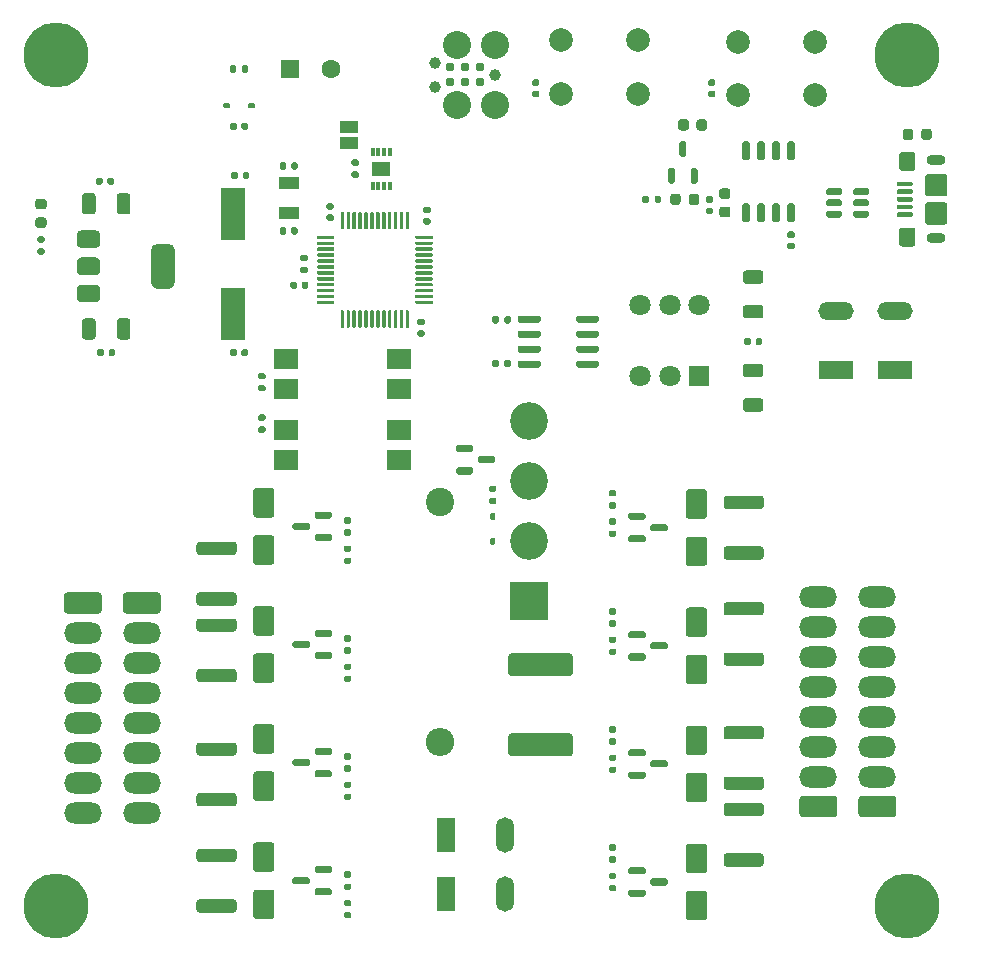
<source format=gts>
G04 #@! TF.GenerationSoftware,KiCad,Pcbnew,8.0.8+1*
G04 #@! TF.CreationDate,2025-01-29T22:04:40+00:00*
G04 #@! TF.ProjectId,dcclicht,6463636c-6963-4687-942e-6b696361645f,rev?*
G04 #@! TF.SameCoordinates,Original*
G04 #@! TF.FileFunction,Soldermask,Top*
G04 #@! TF.FilePolarity,Negative*
%FSLAX46Y46*%
G04 Gerber Fmt 4.6, Leading zero omitted, Abs format (unit mm)*
G04 Created by KiCad (PCBNEW 8.0.8+1) date 2025-01-29 22:04:40*
%MOMM*%
%LPD*%
G01*
G04 APERTURE LIST*
%ADD10C,5.500000*%
%ADD11R,1.800000X1.800000*%
%ADD12C,1.800000*%
%ADD13R,1.500000X1.000000*%
%ADD14O,3.200000X1.800000*%
%ADD15R,2.000000X1.780000*%
%ADD16R,1.600000X1.600000*%
%ADD17C,1.600000*%
%ADD18R,0.300000X0.750000*%
%ADD19R,1.500000X1.300000*%
%ADD20R,2.000000X4.500000*%
%ADD21R,3.000000X1.500000*%
%ADD22O,3.000000X1.500000*%
%ADD23C,2.400000*%
%ADD24O,2.400000X2.400000*%
%ADD25R,1.800000X1.000000*%
%ADD26C,2.000000*%
%ADD27C,2.374900*%
%ADD28C,0.990600*%
%ADD29C,0.787400*%
%ADD30O,1.600000X0.900000*%
%ADD31R,3.200000X3.200000*%
%ADD32C,3.200000*%
%ADD33R,1.500000X3.000000*%
%ADD34O,1.500000X3.000000*%
G04 APERTURE END LIST*
G36*
G01*
X160915000Y-103220000D02*
X161285000Y-103220000D01*
G75*
G02*
X161420000Y-103355000I0J-135000D01*
G01*
X161420000Y-103625000D01*
G75*
G02*
X161285000Y-103760000I-135000J0D01*
G01*
X160915000Y-103760000D01*
G75*
G02*
X160780000Y-103625000I0J135000D01*
G01*
X160780000Y-103355000D01*
G75*
G02*
X160915000Y-103220000I135000J0D01*
G01*
G37*
G36*
G01*
X160915000Y-104240000D02*
X161285000Y-104240000D01*
G75*
G02*
X161420000Y-104375000I0J-135000D01*
G01*
X161420000Y-104645000D01*
G75*
G02*
X161285000Y-104780000I-135000J0D01*
G01*
X160915000Y-104780000D01*
G75*
G02*
X160780000Y-104645000I0J135000D01*
G01*
X160780000Y-104375000D01*
G75*
G02*
X160915000Y-104240000I135000J0D01*
G01*
G37*
D10*
X114000000Y-64000000D03*
G36*
G01*
X170750000Y-120800000D02*
X173650000Y-120800000D01*
G75*
G02*
X173900000Y-121050000I0J-250000D01*
G01*
X173900000Y-121675000D01*
G75*
G02*
X173650000Y-121925000I-250000J0D01*
G01*
X170750000Y-121925000D01*
G75*
G02*
X170500000Y-121675000I0J250000D01*
G01*
X170500000Y-121050000D01*
G75*
G02*
X170750000Y-120800000I250000J0D01*
G01*
G37*
G36*
G01*
X170750000Y-125075000D02*
X173650000Y-125075000D01*
G75*
G02*
X173900000Y-125325000I0J-250000D01*
G01*
X173900000Y-125950000D01*
G75*
G02*
X173650000Y-126200000I-250000J0D01*
G01*
X170750000Y-126200000D01*
G75*
G02*
X170500000Y-125950000I0J250000D01*
G01*
X170500000Y-125325000D01*
G75*
G02*
X170750000Y-125075000I250000J0D01*
G01*
G37*
X186000000Y-136000000D03*
D11*
X168422500Y-91172500D03*
D12*
X165922500Y-91172500D03*
X163422500Y-91172500D03*
X168422500Y-85172500D03*
X165922500Y-85172500D03*
X163422500Y-85172500D03*
G36*
G01*
X152480000Y-86215000D02*
X152480000Y-86585000D01*
G75*
G02*
X152345000Y-86720000I-135000J0D01*
G01*
X152075000Y-86720000D01*
G75*
G02*
X151940000Y-86585000I0J135000D01*
G01*
X151940000Y-86215000D01*
G75*
G02*
X152075000Y-86080000I135000J0D01*
G01*
X152345000Y-86080000D01*
G75*
G02*
X152480000Y-86215000I0J-135000D01*
G01*
G37*
G36*
G01*
X151460000Y-86215000D02*
X151460000Y-86585000D01*
G75*
G02*
X151325000Y-86720000I-135000J0D01*
G01*
X151055000Y-86720000D01*
G75*
G02*
X150920000Y-86585000I0J135000D01*
G01*
X150920000Y-86215000D01*
G75*
G02*
X151055000Y-86080000I135000J0D01*
G01*
X151325000Y-86080000D01*
G75*
G02*
X151460000Y-86215000I0J-135000D01*
G01*
G37*
D13*
X138800000Y-71400000D03*
X138800000Y-70100000D03*
G36*
G01*
X147825000Y-97450000D02*
X147825000Y-97150000D01*
G75*
G02*
X147975000Y-97000000I150000J0D01*
G01*
X149150000Y-97000000D01*
G75*
G02*
X149300000Y-97150000I0J-150000D01*
G01*
X149300000Y-97450000D01*
G75*
G02*
X149150000Y-97600000I-150000J0D01*
G01*
X147975000Y-97600000D01*
G75*
G02*
X147825000Y-97450000I0J150000D01*
G01*
G37*
G36*
G01*
X147825000Y-99350000D02*
X147825000Y-99050000D01*
G75*
G02*
X147975000Y-98900000I150000J0D01*
G01*
X149150000Y-98900000D01*
G75*
G02*
X149300000Y-99050000I0J-150000D01*
G01*
X149300000Y-99350000D01*
G75*
G02*
X149150000Y-99500000I-150000J0D01*
G01*
X147975000Y-99500000D01*
G75*
G02*
X147825000Y-99350000I0J150000D01*
G01*
G37*
G36*
G01*
X149700000Y-98400000D02*
X149700000Y-98100000D01*
G75*
G02*
X149850000Y-97950000I150000J0D01*
G01*
X151025000Y-97950000D01*
G75*
G02*
X151175000Y-98100000I0J-150000D01*
G01*
X151175000Y-98400000D01*
G75*
G02*
X151025000Y-98550000I-150000J0D01*
G01*
X149850000Y-98550000D01*
G75*
G02*
X149700000Y-98400000I0J150000D01*
G01*
G37*
G36*
G01*
X166250000Y-74862500D02*
X165950000Y-74862500D01*
G75*
G02*
X165800000Y-74712500I0J150000D01*
G01*
X165800000Y-73687500D01*
G75*
G02*
X165950000Y-73537500I150000J0D01*
G01*
X166250000Y-73537500D01*
G75*
G02*
X166400000Y-73687500I0J-150000D01*
G01*
X166400000Y-74712500D01*
G75*
G02*
X166250000Y-74862500I-150000J0D01*
G01*
G37*
G36*
G01*
X168150000Y-74862500D02*
X167850000Y-74862500D01*
G75*
G02*
X167700000Y-74712500I0J150000D01*
G01*
X167700000Y-73687500D01*
G75*
G02*
X167850000Y-73537500I150000J0D01*
G01*
X168150000Y-73537500D01*
G75*
G02*
X168300000Y-73687500I0J-150000D01*
G01*
X168300000Y-74712500D01*
G75*
G02*
X168150000Y-74862500I-150000J0D01*
G01*
G37*
G36*
G01*
X167200000Y-72587500D02*
X166900000Y-72587500D01*
G75*
G02*
X166750000Y-72437500I0J150000D01*
G01*
X166750000Y-71412500D01*
G75*
G02*
X166900000Y-71262500I150000J0D01*
G01*
X167200000Y-71262500D01*
G75*
G02*
X167350000Y-71412500I0J-150000D01*
G01*
X167350000Y-72437500D01*
G75*
G02*
X167200000Y-72587500I-150000J0D01*
G01*
G37*
G36*
G01*
X116175000Y-77225000D02*
X116175000Y-75925000D01*
G75*
G02*
X116425000Y-75675000I250000J0D01*
G01*
X117075000Y-75675000D01*
G75*
G02*
X117325000Y-75925000I0J-250000D01*
G01*
X117325000Y-77225000D01*
G75*
G02*
X117075000Y-77475000I-250000J0D01*
G01*
X116425000Y-77475000D01*
G75*
G02*
X116175000Y-77225000I0J250000D01*
G01*
G37*
G36*
G01*
X119125000Y-77225000D02*
X119125000Y-75925000D01*
G75*
G02*
X119375000Y-75675000I250000J0D01*
G01*
X120025000Y-75675000D01*
G75*
G02*
X120275000Y-75925000I0J-250000D01*
G01*
X120275000Y-77225000D01*
G75*
G02*
X120025000Y-77475000I-250000J0D01*
G01*
X119375000Y-77475000D01*
G75*
G02*
X119125000Y-77225000I0J250000D01*
G01*
G37*
G36*
G01*
X128697651Y-65360000D02*
X128697651Y-64990000D01*
G75*
G02*
X128832651Y-64855000I135000J0D01*
G01*
X129102651Y-64855000D01*
G75*
G02*
X129237651Y-64990000I0J-135000D01*
G01*
X129237651Y-65360000D01*
G75*
G02*
X129102651Y-65495000I-135000J0D01*
G01*
X128832651Y-65495000D01*
G75*
G02*
X128697651Y-65360000I0J135000D01*
G01*
G37*
G36*
G01*
X129717651Y-65360000D02*
X129717651Y-64990000D01*
G75*
G02*
X129852651Y-64855000I135000J0D01*
G01*
X130122651Y-64855000D01*
G75*
G02*
X130257651Y-64990000I0J-135000D01*
G01*
X130257651Y-65360000D01*
G75*
G02*
X130122651Y-65495000I-135000J0D01*
G01*
X129852651Y-65495000D01*
G75*
G02*
X129717651Y-65360000I0J135000D01*
G01*
G37*
G36*
G01*
X173650000Y-132700000D02*
X170750000Y-132700000D01*
G75*
G02*
X170500000Y-132450000I0J250000D01*
G01*
X170500000Y-131825000D01*
G75*
G02*
X170750000Y-131575000I250000J0D01*
G01*
X173650000Y-131575000D01*
G75*
G02*
X173900000Y-131825000I0J-250000D01*
G01*
X173900000Y-132450000D01*
G75*
G02*
X173650000Y-132700000I-250000J0D01*
G01*
G37*
G36*
G01*
X173650000Y-128425000D02*
X170750000Y-128425000D01*
G75*
G02*
X170500000Y-128175000I0J250000D01*
G01*
X170500000Y-127550000D01*
G75*
G02*
X170750000Y-127300000I250000J0D01*
G01*
X173650000Y-127300000D01*
G75*
G02*
X173900000Y-127550000I0J-250000D01*
G01*
X173900000Y-128175000D01*
G75*
G02*
X173650000Y-128425000I-250000J0D01*
G01*
G37*
G36*
G01*
X119900000Y-109480000D02*
X122600000Y-109480000D01*
G75*
G02*
X122850000Y-109730000I0J-250000D01*
G01*
X122850000Y-111030000D01*
G75*
G02*
X122600000Y-111280000I-250000J0D01*
G01*
X119900000Y-111280000D01*
G75*
G02*
X119650000Y-111030000I0J250000D01*
G01*
X119650000Y-109730000D01*
G75*
G02*
X119900000Y-109480000I250000J0D01*
G01*
G37*
G36*
G01*
X114900000Y-109480000D02*
X117600000Y-109480000D01*
G75*
G02*
X117850000Y-109730000I0J-250000D01*
G01*
X117850000Y-111030000D01*
G75*
G02*
X117600000Y-111280000I-250000J0D01*
G01*
X114900000Y-111280000D01*
G75*
G02*
X114650000Y-111030000I0J250000D01*
G01*
X114650000Y-109730000D01*
G75*
G02*
X114900000Y-109480000I250000J0D01*
G01*
G37*
D14*
X121250000Y-112920000D03*
X116250000Y-112920000D03*
X121250000Y-115460000D03*
X116250000Y-115460000D03*
X121250000Y-118000000D03*
X116250000Y-118000000D03*
X121250000Y-120540000D03*
X116250000Y-120540000D03*
X121250000Y-123080000D03*
X116250000Y-123080000D03*
X121250000Y-125620000D03*
X116250000Y-125620000D03*
X121250000Y-128160000D03*
X116250000Y-128160000D03*
G36*
G01*
X161285000Y-122380000D02*
X160915000Y-122380000D01*
G75*
G02*
X160780000Y-122245000I0J135000D01*
G01*
X160780000Y-121975000D01*
G75*
G02*
X160915000Y-121840000I135000J0D01*
G01*
X161285000Y-121840000D01*
G75*
G02*
X161420000Y-121975000I0J-135000D01*
G01*
X161420000Y-122245000D01*
G75*
G02*
X161285000Y-122380000I-135000J0D01*
G01*
G37*
G36*
G01*
X161285000Y-121360000D02*
X160915000Y-121360000D01*
G75*
G02*
X160780000Y-121225000I0J135000D01*
G01*
X160780000Y-120955000D01*
G75*
G02*
X160915000Y-120820000I135000J0D01*
G01*
X161285000Y-120820000D01*
G75*
G02*
X161420000Y-120955000I0J-135000D01*
G01*
X161420000Y-121225000D01*
G75*
G02*
X161285000Y-121360000I-135000J0D01*
G01*
G37*
G36*
G01*
X132217960Y-107140000D02*
X130917960Y-107140000D01*
G75*
G02*
X130667960Y-106890000I0J250000D01*
G01*
X130667960Y-104890000D01*
G75*
G02*
X130917960Y-104640000I250000J0D01*
G01*
X132217960Y-104640000D01*
G75*
G02*
X132467960Y-104890000I0J-250000D01*
G01*
X132467960Y-106890000D01*
G75*
G02*
X132217960Y-107140000I-250000J0D01*
G01*
G37*
G36*
G01*
X132217960Y-103140000D02*
X130917960Y-103140000D01*
G75*
G02*
X130667960Y-102890000I0J250000D01*
G01*
X130667960Y-100890000D01*
G75*
G02*
X130917960Y-100640000I250000J0D01*
G01*
X132217960Y-100640000D01*
G75*
G02*
X132467960Y-100890000I0J-250000D01*
G01*
X132467960Y-102890000D01*
G75*
G02*
X132217960Y-103140000I-250000J0D01*
G01*
G37*
G36*
G01*
X132217960Y-137140000D02*
X130917960Y-137140000D01*
G75*
G02*
X130667960Y-136890000I0J250000D01*
G01*
X130667960Y-134890000D01*
G75*
G02*
X130917960Y-134640000I250000J0D01*
G01*
X132217960Y-134640000D01*
G75*
G02*
X132467960Y-134890000I0J-250000D01*
G01*
X132467960Y-136890000D01*
G75*
G02*
X132217960Y-137140000I-250000J0D01*
G01*
G37*
G36*
G01*
X132217960Y-133140000D02*
X130917960Y-133140000D01*
G75*
G02*
X130667960Y-132890000I0J250000D01*
G01*
X130667960Y-130890000D01*
G75*
G02*
X130917960Y-130640000I250000J0D01*
G01*
X132217960Y-130640000D01*
G75*
G02*
X132467960Y-130890000I0J-250000D01*
G01*
X132467960Y-132890000D01*
G75*
G02*
X132217960Y-133140000I-250000J0D01*
G01*
G37*
G36*
G01*
X172375000Y-90125000D02*
X173625000Y-90125000D01*
G75*
G02*
X173875000Y-90375000I0J-250000D01*
G01*
X173875000Y-91000000D01*
G75*
G02*
X173625000Y-91250000I-250000J0D01*
G01*
X172375000Y-91250000D01*
G75*
G02*
X172125000Y-91000000I0J250000D01*
G01*
X172125000Y-90375000D01*
G75*
G02*
X172375000Y-90125000I250000J0D01*
G01*
G37*
G36*
G01*
X172375000Y-93050000D02*
X173625000Y-93050000D01*
G75*
G02*
X173875000Y-93300000I0J-250000D01*
G01*
X173875000Y-93925000D01*
G75*
G02*
X173625000Y-94175000I-250000J0D01*
G01*
X172375000Y-94175000D01*
G75*
G02*
X172125000Y-93925000I0J250000D01*
G01*
X172125000Y-93300000D01*
G75*
G02*
X172375000Y-93050000I250000J0D01*
G01*
G37*
G36*
G01*
X153050000Y-86495000D02*
X153050000Y-86195000D01*
G75*
G02*
X153200000Y-86045000I150000J0D01*
G01*
X154850000Y-86045000D01*
G75*
G02*
X155000000Y-86195000I0J-150000D01*
G01*
X155000000Y-86495000D01*
G75*
G02*
X154850000Y-86645000I-150000J0D01*
G01*
X153200000Y-86645000D01*
G75*
G02*
X153050000Y-86495000I0J150000D01*
G01*
G37*
G36*
G01*
X153050000Y-87765000D02*
X153050000Y-87465000D01*
G75*
G02*
X153200000Y-87315000I150000J0D01*
G01*
X154850000Y-87315000D01*
G75*
G02*
X155000000Y-87465000I0J-150000D01*
G01*
X155000000Y-87765000D01*
G75*
G02*
X154850000Y-87915000I-150000J0D01*
G01*
X153200000Y-87915000D01*
G75*
G02*
X153050000Y-87765000I0J150000D01*
G01*
G37*
G36*
G01*
X153050000Y-89035000D02*
X153050000Y-88735000D01*
G75*
G02*
X153200000Y-88585000I150000J0D01*
G01*
X154850000Y-88585000D01*
G75*
G02*
X155000000Y-88735000I0J-150000D01*
G01*
X155000000Y-89035000D01*
G75*
G02*
X154850000Y-89185000I-150000J0D01*
G01*
X153200000Y-89185000D01*
G75*
G02*
X153050000Y-89035000I0J150000D01*
G01*
G37*
G36*
G01*
X153050000Y-90305000D02*
X153050000Y-90005000D01*
G75*
G02*
X153200000Y-89855000I150000J0D01*
G01*
X154850000Y-89855000D01*
G75*
G02*
X155000000Y-90005000I0J-150000D01*
G01*
X155000000Y-90305000D01*
G75*
G02*
X154850000Y-90455000I-150000J0D01*
G01*
X153200000Y-90455000D01*
G75*
G02*
X153050000Y-90305000I0J150000D01*
G01*
G37*
G36*
G01*
X158000000Y-90305000D02*
X158000000Y-90005000D01*
G75*
G02*
X158150000Y-89855000I150000J0D01*
G01*
X159800000Y-89855000D01*
G75*
G02*
X159950000Y-90005000I0J-150000D01*
G01*
X159950000Y-90305000D01*
G75*
G02*
X159800000Y-90455000I-150000J0D01*
G01*
X158150000Y-90455000D01*
G75*
G02*
X158000000Y-90305000I0J150000D01*
G01*
G37*
G36*
G01*
X158000000Y-89035000D02*
X158000000Y-88735000D01*
G75*
G02*
X158150000Y-88585000I150000J0D01*
G01*
X159800000Y-88585000D01*
G75*
G02*
X159950000Y-88735000I0J-150000D01*
G01*
X159950000Y-89035000D01*
G75*
G02*
X159800000Y-89185000I-150000J0D01*
G01*
X158150000Y-89185000D01*
G75*
G02*
X158000000Y-89035000I0J150000D01*
G01*
G37*
G36*
G01*
X158000000Y-87765000D02*
X158000000Y-87465000D01*
G75*
G02*
X158150000Y-87315000I150000J0D01*
G01*
X159800000Y-87315000D01*
G75*
G02*
X159950000Y-87465000I0J-150000D01*
G01*
X159950000Y-87765000D01*
G75*
G02*
X159800000Y-87915000I-150000J0D01*
G01*
X158150000Y-87915000D01*
G75*
G02*
X158000000Y-87765000I0J150000D01*
G01*
G37*
G36*
G01*
X158000000Y-86495000D02*
X158000000Y-86195000D01*
G75*
G02*
X158150000Y-86045000I150000J0D01*
G01*
X159800000Y-86045000D01*
G75*
G02*
X159950000Y-86195000I0J-150000D01*
G01*
X159950000Y-86495000D01*
G75*
G02*
X159800000Y-86645000I-150000J0D01*
G01*
X158150000Y-86645000D01*
G75*
G02*
X158000000Y-86495000I0J150000D01*
G01*
G37*
G36*
G01*
X168850000Y-117250000D02*
X167550000Y-117250000D01*
G75*
G02*
X167300000Y-117000000I0J250000D01*
G01*
X167300000Y-115000000D01*
G75*
G02*
X167550000Y-114750000I250000J0D01*
G01*
X168850000Y-114750000D01*
G75*
G02*
X169100000Y-115000000I0J-250000D01*
G01*
X169100000Y-117000000D01*
G75*
G02*
X168850000Y-117250000I-250000J0D01*
G01*
G37*
G36*
G01*
X168850000Y-113250000D02*
X167550000Y-113250000D01*
G75*
G02*
X167300000Y-113000000I0J250000D01*
G01*
X167300000Y-111000000D01*
G75*
G02*
X167550000Y-110750000I250000J0D01*
G01*
X168850000Y-110750000D01*
G75*
G02*
X169100000Y-111000000I0J-250000D01*
G01*
X169100000Y-113000000D01*
G75*
G02*
X168850000Y-113250000I-250000J0D01*
G01*
G37*
G36*
G01*
X162425000Y-133200000D02*
X162425000Y-132900000D01*
G75*
G02*
X162575000Y-132750000I150000J0D01*
G01*
X163750000Y-132750000D01*
G75*
G02*
X163900000Y-132900000I0J-150000D01*
G01*
X163900000Y-133200000D01*
G75*
G02*
X163750000Y-133350000I-150000J0D01*
G01*
X162575000Y-133350000D01*
G75*
G02*
X162425000Y-133200000I0J150000D01*
G01*
G37*
G36*
G01*
X162425000Y-135100000D02*
X162425000Y-134800000D01*
G75*
G02*
X162575000Y-134650000I150000J0D01*
G01*
X163750000Y-134650000D01*
G75*
G02*
X163900000Y-134800000I0J-150000D01*
G01*
X163900000Y-135100000D01*
G75*
G02*
X163750000Y-135250000I-150000J0D01*
G01*
X162575000Y-135250000D01*
G75*
G02*
X162425000Y-135100000I0J150000D01*
G01*
G37*
G36*
G01*
X164300000Y-134150000D02*
X164300000Y-133850000D01*
G75*
G02*
X164450000Y-133700000I150000J0D01*
G01*
X165625000Y-133700000D01*
G75*
G02*
X165775000Y-133850000I0J-150000D01*
G01*
X165775000Y-134150000D01*
G75*
G02*
X165625000Y-134300000I-150000J0D01*
G01*
X164450000Y-134300000D01*
G75*
G02*
X164300000Y-134150000I0J150000D01*
G01*
G37*
G36*
G01*
X116175000Y-87825000D02*
X116175000Y-86525000D01*
G75*
G02*
X116425000Y-86275000I250000J0D01*
G01*
X117075000Y-86275000D01*
G75*
G02*
X117325000Y-86525000I0J-250000D01*
G01*
X117325000Y-87825000D01*
G75*
G02*
X117075000Y-88075000I-250000J0D01*
G01*
X116425000Y-88075000D01*
G75*
G02*
X116175000Y-87825000I0J250000D01*
G01*
G37*
G36*
G01*
X119125000Y-87825000D02*
X119125000Y-86525000D01*
G75*
G02*
X119375000Y-86275000I250000J0D01*
G01*
X120025000Y-86275000D01*
G75*
G02*
X120275000Y-86525000I0J-250000D01*
G01*
X120275000Y-87825000D01*
G75*
G02*
X120025000Y-88075000I-250000J0D01*
G01*
X119375000Y-88075000D01*
G75*
G02*
X119125000Y-87825000I0J250000D01*
G01*
G37*
D15*
X143015000Y-92270000D03*
X143015000Y-89730000D03*
X133485000Y-89730000D03*
X133485000Y-92270000D03*
G36*
G01*
X138482960Y-115510000D02*
X138852960Y-115510000D01*
G75*
G02*
X138987960Y-115645000I0J-135000D01*
G01*
X138987960Y-115915000D01*
G75*
G02*
X138852960Y-116050000I-135000J0D01*
G01*
X138482960Y-116050000D01*
G75*
G02*
X138347960Y-115915000I0J135000D01*
G01*
X138347960Y-115645000D01*
G75*
G02*
X138482960Y-115510000I135000J0D01*
G01*
G37*
G36*
G01*
X138482960Y-116530000D02*
X138852960Y-116530000D01*
G75*
G02*
X138987960Y-116665000I0J-135000D01*
G01*
X138987960Y-116935000D01*
G75*
G02*
X138852960Y-117070000I-135000J0D01*
G01*
X138482960Y-117070000D01*
G75*
G02*
X138347960Y-116935000I0J135000D01*
G01*
X138347960Y-116665000D01*
G75*
G02*
X138482960Y-116530000I135000J0D01*
G01*
G37*
G36*
G01*
X112885000Y-80890000D02*
X112515000Y-80890000D01*
G75*
G02*
X112380000Y-80755000I0J135000D01*
G01*
X112380000Y-80485000D01*
G75*
G02*
X112515000Y-80350000I135000J0D01*
G01*
X112885000Y-80350000D01*
G75*
G02*
X113020000Y-80485000I0J-135000D01*
G01*
X113020000Y-80755000D01*
G75*
G02*
X112885000Y-80890000I-135000J0D01*
G01*
G37*
G36*
G01*
X112885000Y-79870000D02*
X112515000Y-79870000D01*
G75*
G02*
X112380000Y-79735000I0J135000D01*
G01*
X112380000Y-79465000D01*
G75*
G02*
X112515000Y-79330000I135000J0D01*
G01*
X112885000Y-79330000D01*
G75*
G02*
X113020000Y-79465000I0J-135000D01*
G01*
X113020000Y-79735000D01*
G75*
G02*
X112885000Y-79870000I-135000J0D01*
G01*
G37*
G36*
G01*
X129017960Y-117090000D02*
X126117960Y-117090000D01*
G75*
G02*
X125867960Y-116840000I0J250000D01*
G01*
X125867960Y-116215000D01*
G75*
G02*
X126117960Y-115965000I250000J0D01*
G01*
X129017960Y-115965000D01*
G75*
G02*
X129267960Y-116215000I0J-250000D01*
G01*
X129267960Y-116840000D01*
G75*
G02*
X129017960Y-117090000I-250000J0D01*
G01*
G37*
G36*
G01*
X129017960Y-112815000D02*
X126117960Y-112815000D01*
G75*
G02*
X125867960Y-112565000I0J250000D01*
G01*
X125867960Y-111940000D01*
G75*
G02*
X126117960Y-111690000I250000J0D01*
G01*
X129017960Y-111690000D01*
G75*
G02*
X129267960Y-111940000I0J-250000D01*
G01*
X129267960Y-112565000D01*
G75*
G02*
X129017960Y-112815000I-250000J0D01*
G01*
G37*
G36*
G01*
X137342960Y-124690000D02*
X137342960Y-124990000D01*
G75*
G02*
X137192960Y-125140000I-150000J0D01*
G01*
X136017960Y-125140000D01*
G75*
G02*
X135867960Y-124990000I0J150000D01*
G01*
X135867960Y-124690000D01*
G75*
G02*
X136017960Y-124540000I150000J0D01*
G01*
X137192960Y-124540000D01*
G75*
G02*
X137342960Y-124690000I0J-150000D01*
G01*
G37*
G36*
G01*
X137342960Y-122790000D02*
X137342960Y-123090000D01*
G75*
G02*
X137192960Y-123240000I-150000J0D01*
G01*
X136017960Y-123240000D01*
G75*
G02*
X135867960Y-123090000I0J150000D01*
G01*
X135867960Y-122790000D01*
G75*
G02*
X136017960Y-122640000I150000J0D01*
G01*
X137192960Y-122640000D01*
G75*
G02*
X137342960Y-122790000I0J-150000D01*
G01*
G37*
G36*
G01*
X135467960Y-123740000D02*
X135467960Y-124040000D01*
G75*
G02*
X135317960Y-124190000I-150000J0D01*
G01*
X134142960Y-124190000D01*
G75*
G02*
X133992960Y-124040000I0J150000D01*
G01*
X133992960Y-123740000D01*
G75*
G02*
X134142960Y-123590000I150000J0D01*
G01*
X135317960Y-123590000D01*
G75*
G02*
X135467960Y-123740000I0J-150000D01*
G01*
G37*
D16*
X133775000Y-65175000D03*
D17*
X137275000Y-65175000D03*
D18*
X142275000Y-72175000D03*
X141775000Y-72175000D03*
X141275000Y-72175000D03*
X140775000Y-72175000D03*
X140775000Y-75075000D03*
X141275000Y-75075000D03*
X141775000Y-75075000D03*
X142275000Y-75075000D03*
D19*
X141525000Y-73625000D03*
G36*
G01*
X162425000Y-103200000D02*
X162425000Y-102900000D01*
G75*
G02*
X162575000Y-102750000I150000J0D01*
G01*
X163750000Y-102750000D01*
G75*
G02*
X163900000Y-102900000I0J-150000D01*
G01*
X163900000Y-103200000D01*
G75*
G02*
X163750000Y-103350000I-150000J0D01*
G01*
X162575000Y-103350000D01*
G75*
G02*
X162425000Y-103200000I0J150000D01*
G01*
G37*
G36*
G01*
X162425000Y-105100000D02*
X162425000Y-104800000D01*
G75*
G02*
X162575000Y-104650000I150000J0D01*
G01*
X163750000Y-104650000D01*
G75*
G02*
X163900000Y-104800000I0J-150000D01*
G01*
X163900000Y-105100000D01*
G75*
G02*
X163750000Y-105250000I-150000J0D01*
G01*
X162575000Y-105250000D01*
G75*
G02*
X162425000Y-105100000I0J150000D01*
G01*
G37*
G36*
G01*
X164300000Y-104150000D02*
X164300000Y-103850000D01*
G75*
G02*
X164450000Y-103700000I150000J0D01*
G01*
X165625000Y-103700000D01*
G75*
G02*
X165775000Y-103850000I0J-150000D01*
G01*
X165775000Y-104150000D01*
G75*
G02*
X165625000Y-104300000I-150000J0D01*
G01*
X164450000Y-104300000D01*
G75*
G02*
X164300000Y-104150000I0J150000D01*
G01*
G37*
D20*
X128975000Y-85925000D03*
X128975000Y-77425000D03*
G36*
G01*
X130335000Y-74005000D02*
X130335000Y-74345000D01*
G75*
G02*
X130195000Y-74485000I-140000J0D01*
G01*
X129915000Y-74485000D01*
G75*
G02*
X129775000Y-74345000I0J140000D01*
G01*
X129775000Y-74005000D01*
G75*
G02*
X129915000Y-73865000I140000J0D01*
G01*
X130195000Y-73865000D01*
G75*
G02*
X130335000Y-74005000I0J-140000D01*
G01*
G37*
G36*
G01*
X129375000Y-74005000D02*
X129375000Y-74345000D01*
G75*
G02*
X129235000Y-74485000I-140000J0D01*
G01*
X128955000Y-74485000D01*
G75*
G02*
X128815000Y-74345000I0J140000D01*
G01*
X128815000Y-74005000D01*
G75*
G02*
X128955000Y-73865000I140000J0D01*
G01*
X129235000Y-73865000D01*
G75*
G02*
X129375000Y-74005000I0J-140000D01*
G01*
G37*
G36*
G01*
X172375000Y-82225000D02*
X173625000Y-82225000D01*
G75*
G02*
X173875000Y-82475000I0J-250000D01*
G01*
X173875000Y-83100000D01*
G75*
G02*
X173625000Y-83350000I-250000J0D01*
G01*
X172375000Y-83350000D01*
G75*
G02*
X172125000Y-83100000I0J250000D01*
G01*
X172125000Y-82475000D01*
G75*
G02*
X172375000Y-82225000I250000J0D01*
G01*
G37*
G36*
G01*
X172375000Y-85150000D02*
X173625000Y-85150000D01*
G75*
G02*
X173875000Y-85400000I0J-250000D01*
G01*
X173875000Y-86025000D01*
G75*
G02*
X173625000Y-86275000I-250000J0D01*
G01*
X172375000Y-86275000D01*
G75*
G02*
X172125000Y-86025000I0J250000D01*
G01*
X172125000Y-85400000D01*
G75*
G02*
X172375000Y-85150000I250000J0D01*
G01*
G37*
G36*
G01*
X126117960Y-122190000D02*
X129017960Y-122190000D01*
G75*
G02*
X129267960Y-122440000I0J-250000D01*
G01*
X129267960Y-123065000D01*
G75*
G02*
X129017960Y-123315000I-250000J0D01*
G01*
X126117960Y-123315000D01*
G75*
G02*
X125867960Y-123065000I0J250000D01*
G01*
X125867960Y-122440000D01*
G75*
G02*
X126117960Y-122190000I250000J0D01*
G01*
G37*
G36*
G01*
X126117960Y-126465000D02*
X129017960Y-126465000D01*
G75*
G02*
X129267960Y-126715000I0J-250000D01*
G01*
X129267960Y-127340000D01*
G75*
G02*
X129017960Y-127590000I-250000J0D01*
G01*
X126117960Y-127590000D01*
G75*
G02*
X125867960Y-127340000I0J250000D01*
G01*
X125867960Y-126715000D01*
G75*
G02*
X126117960Y-126465000I250000J0D01*
G01*
G37*
G36*
G01*
X112956250Y-78612500D02*
X112443750Y-78612500D01*
G75*
G02*
X112225000Y-78393750I0J218750D01*
G01*
X112225000Y-77956250D01*
G75*
G02*
X112443750Y-77737500I218750J0D01*
G01*
X112956250Y-77737500D01*
G75*
G02*
X113175000Y-77956250I0J-218750D01*
G01*
X113175000Y-78393750D01*
G75*
G02*
X112956250Y-78612500I-218750J0D01*
G01*
G37*
G36*
G01*
X112956250Y-77037500D02*
X112443750Y-77037500D01*
G75*
G02*
X112225000Y-76818750I0J218750D01*
G01*
X112225000Y-76381250D01*
G75*
G02*
X112443750Y-76162500I218750J0D01*
G01*
X112956250Y-76162500D01*
G75*
G02*
X113175000Y-76381250I0J-218750D01*
G01*
X113175000Y-76818750D01*
G75*
G02*
X112956250Y-77037500I-218750J0D01*
G01*
G37*
G36*
G01*
X173760000Y-88080000D02*
X173760000Y-88420000D01*
G75*
G02*
X173620000Y-88560000I-140000J0D01*
G01*
X173340000Y-88560000D01*
G75*
G02*
X173200000Y-88420000I0J140000D01*
G01*
X173200000Y-88080000D01*
G75*
G02*
X173340000Y-87940000I140000J0D01*
G01*
X173620000Y-87940000D01*
G75*
G02*
X173760000Y-88080000I0J-140000D01*
G01*
G37*
G36*
G01*
X172800000Y-88080000D02*
X172800000Y-88420000D01*
G75*
G02*
X172660000Y-88560000I-140000J0D01*
G01*
X172380000Y-88560000D01*
G75*
G02*
X172240000Y-88420000I0J140000D01*
G01*
X172240000Y-88080000D01*
G75*
G02*
X172380000Y-87940000I140000J0D01*
G01*
X172660000Y-87940000D01*
G75*
G02*
X172800000Y-88080000I0J-140000D01*
G01*
G37*
G36*
G01*
X136075000Y-79500000D02*
X136075000Y-79350000D01*
G75*
G02*
X136150000Y-79275000I75000J0D01*
G01*
X137475000Y-79275000D01*
G75*
G02*
X137550000Y-79350000I0J-75000D01*
G01*
X137550000Y-79500000D01*
G75*
G02*
X137475000Y-79575000I-75000J0D01*
G01*
X136150000Y-79575000D01*
G75*
G02*
X136075000Y-79500000I0J75000D01*
G01*
G37*
G36*
G01*
X136075000Y-80000000D02*
X136075000Y-79850000D01*
G75*
G02*
X136150000Y-79775000I75000J0D01*
G01*
X137475000Y-79775000D01*
G75*
G02*
X137550000Y-79850000I0J-75000D01*
G01*
X137550000Y-80000000D01*
G75*
G02*
X137475000Y-80075000I-75000J0D01*
G01*
X136150000Y-80075000D01*
G75*
G02*
X136075000Y-80000000I0J75000D01*
G01*
G37*
G36*
G01*
X136075000Y-80500000D02*
X136075000Y-80350000D01*
G75*
G02*
X136150000Y-80275000I75000J0D01*
G01*
X137475000Y-80275000D01*
G75*
G02*
X137550000Y-80350000I0J-75000D01*
G01*
X137550000Y-80500000D01*
G75*
G02*
X137475000Y-80575000I-75000J0D01*
G01*
X136150000Y-80575000D01*
G75*
G02*
X136075000Y-80500000I0J75000D01*
G01*
G37*
G36*
G01*
X136075000Y-81000000D02*
X136075000Y-80850000D01*
G75*
G02*
X136150000Y-80775000I75000J0D01*
G01*
X137475000Y-80775000D01*
G75*
G02*
X137550000Y-80850000I0J-75000D01*
G01*
X137550000Y-81000000D01*
G75*
G02*
X137475000Y-81075000I-75000J0D01*
G01*
X136150000Y-81075000D01*
G75*
G02*
X136075000Y-81000000I0J75000D01*
G01*
G37*
G36*
G01*
X136075000Y-81500000D02*
X136075000Y-81350000D01*
G75*
G02*
X136150000Y-81275000I75000J0D01*
G01*
X137475000Y-81275000D01*
G75*
G02*
X137550000Y-81350000I0J-75000D01*
G01*
X137550000Y-81500000D01*
G75*
G02*
X137475000Y-81575000I-75000J0D01*
G01*
X136150000Y-81575000D01*
G75*
G02*
X136075000Y-81500000I0J75000D01*
G01*
G37*
G36*
G01*
X136075000Y-82000000D02*
X136075000Y-81850000D01*
G75*
G02*
X136150000Y-81775000I75000J0D01*
G01*
X137475000Y-81775000D01*
G75*
G02*
X137550000Y-81850000I0J-75000D01*
G01*
X137550000Y-82000000D01*
G75*
G02*
X137475000Y-82075000I-75000J0D01*
G01*
X136150000Y-82075000D01*
G75*
G02*
X136075000Y-82000000I0J75000D01*
G01*
G37*
G36*
G01*
X136075000Y-82500000D02*
X136075000Y-82350000D01*
G75*
G02*
X136150000Y-82275000I75000J0D01*
G01*
X137475000Y-82275000D01*
G75*
G02*
X137550000Y-82350000I0J-75000D01*
G01*
X137550000Y-82500000D01*
G75*
G02*
X137475000Y-82575000I-75000J0D01*
G01*
X136150000Y-82575000D01*
G75*
G02*
X136075000Y-82500000I0J75000D01*
G01*
G37*
G36*
G01*
X136075000Y-83000000D02*
X136075000Y-82850000D01*
G75*
G02*
X136150000Y-82775000I75000J0D01*
G01*
X137475000Y-82775000D01*
G75*
G02*
X137550000Y-82850000I0J-75000D01*
G01*
X137550000Y-83000000D01*
G75*
G02*
X137475000Y-83075000I-75000J0D01*
G01*
X136150000Y-83075000D01*
G75*
G02*
X136075000Y-83000000I0J75000D01*
G01*
G37*
G36*
G01*
X136075000Y-83500000D02*
X136075000Y-83350000D01*
G75*
G02*
X136150000Y-83275000I75000J0D01*
G01*
X137475000Y-83275000D01*
G75*
G02*
X137550000Y-83350000I0J-75000D01*
G01*
X137550000Y-83500000D01*
G75*
G02*
X137475000Y-83575000I-75000J0D01*
G01*
X136150000Y-83575000D01*
G75*
G02*
X136075000Y-83500000I0J75000D01*
G01*
G37*
G36*
G01*
X136075000Y-84000000D02*
X136075000Y-83850000D01*
G75*
G02*
X136150000Y-83775000I75000J0D01*
G01*
X137475000Y-83775000D01*
G75*
G02*
X137550000Y-83850000I0J-75000D01*
G01*
X137550000Y-84000000D01*
G75*
G02*
X137475000Y-84075000I-75000J0D01*
G01*
X136150000Y-84075000D01*
G75*
G02*
X136075000Y-84000000I0J75000D01*
G01*
G37*
G36*
G01*
X136075000Y-84500000D02*
X136075000Y-84350000D01*
G75*
G02*
X136150000Y-84275000I75000J0D01*
G01*
X137475000Y-84275000D01*
G75*
G02*
X137550000Y-84350000I0J-75000D01*
G01*
X137550000Y-84500000D01*
G75*
G02*
X137475000Y-84575000I-75000J0D01*
G01*
X136150000Y-84575000D01*
G75*
G02*
X136075000Y-84500000I0J75000D01*
G01*
G37*
G36*
G01*
X136075000Y-85000000D02*
X136075000Y-84850000D01*
G75*
G02*
X136150000Y-84775000I75000J0D01*
G01*
X137475000Y-84775000D01*
G75*
G02*
X137550000Y-84850000I0J-75000D01*
G01*
X137550000Y-85000000D01*
G75*
G02*
X137475000Y-85075000I-75000J0D01*
G01*
X136150000Y-85075000D01*
G75*
G02*
X136075000Y-85000000I0J75000D01*
G01*
G37*
G36*
G01*
X138075000Y-87000000D02*
X138075000Y-85675000D01*
G75*
G02*
X138150000Y-85600000I75000J0D01*
G01*
X138300000Y-85600000D01*
G75*
G02*
X138375000Y-85675000I0J-75000D01*
G01*
X138375000Y-87000000D01*
G75*
G02*
X138300000Y-87075000I-75000J0D01*
G01*
X138150000Y-87075000D01*
G75*
G02*
X138075000Y-87000000I0J75000D01*
G01*
G37*
G36*
G01*
X138575000Y-87000000D02*
X138575000Y-85675000D01*
G75*
G02*
X138650000Y-85600000I75000J0D01*
G01*
X138800000Y-85600000D01*
G75*
G02*
X138875000Y-85675000I0J-75000D01*
G01*
X138875000Y-87000000D01*
G75*
G02*
X138800000Y-87075000I-75000J0D01*
G01*
X138650000Y-87075000D01*
G75*
G02*
X138575000Y-87000000I0J75000D01*
G01*
G37*
G36*
G01*
X139075000Y-87000000D02*
X139075000Y-85675000D01*
G75*
G02*
X139150000Y-85600000I75000J0D01*
G01*
X139300000Y-85600000D01*
G75*
G02*
X139375000Y-85675000I0J-75000D01*
G01*
X139375000Y-87000000D01*
G75*
G02*
X139300000Y-87075000I-75000J0D01*
G01*
X139150000Y-87075000D01*
G75*
G02*
X139075000Y-87000000I0J75000D01*
G01*
G37*
G36*
G01*
X139575000Y-87000000D02*
X139575000Y-85675000D01*
G75*
G02*
X139650000Y-85600000I75000J0D01*
G01*
X139800000Y-85600000D01*
G75*
G02*
X139875000Y-85675000I0J-75000D01*
G01*
X139875000Y-87000000D01*
G75*
G02*
X139800000Y-87075000I-75000J0D01*
G01*
X139650000Y-87075000D01*
G75*
G02*
X139575000Y-87000000I0J75000D01*
G01*
G37*
G36*
G01*
X140075000Y-87000000D02*
X140075000Y-85675000D01*
G75*
G02*
X140150000Y-85600000I75000J0D01*
G01*
X140300000Y-85600000D01*
G75*
G02*
X140375000Y-85675000I0J-75000D01*
G01*
X140375000Y-87000000D01*
G75*
G02*
X140300000Y-87075000I-75000J0D01*
G01*
X140150000Y-87075000D01*
G75*
G02*
X140075000Y-87000000I0J75000D01*
G01*
G37*
G36*
G01*
X140575000Y-87000000D02*
X140575000Y-85675000D01*
G75*
G02*
X140650000Y-85600000I75000J0D01*
G01*
X140800000Y-85600000D01*
G75*
G02*
X140875000Y-85675000I0J-75000D01*
G01*
X140875000Y-87000000D01*
G75*
G02*
X140800000Y-87075000I-75000J0D01*
G01*
X140650000Y-87075000D01*
G75*
G02*
X140575000Y-87000000I0J75000D01*
G01*
G37*
G36*
G01*
X141075000Y-87000000D02*
X141075000Y-85675000D01*
G75*
G02*
X141150000Y-85600000I75000J0D01*
G01*
X141300000Y-85600000D01*
G75*
G02*
X141375000Y-85675000I0J-75000D01*
G01*
X141375000Y-87000000D01*
G75*
G02*
X141300000Y-87075000I-75000J0D01*
G01*
X141150000Y-87075000D01*
G75*
G02*
X141075000Y-87000000I0J75000D01*
G01*
G37*
G36*
G01*
X141575000Y-87000000D02*
X141575000Y-85675000D01*
G75*
G02*
X141650000Y-85600000I75000J0D01*
G01*
X141800000Y-85600000D01*
G75*
G02*
X141875000Y-85675000I0J-75000D01*
G01*
X141875000Y-87000000D01*
G75*
G02*
X141800000Y-87075000I-75000J0D01*
G01*
X141650000Y-87075000D01*
G75*
G02*
X141575000Y-87000000I0J75000D01*
G01*
G37*
G36*
G01*
X142075000Y-87000000D02*
X142075000Y-85675000D01*
G75*
G02*
X142150000Y-85600000I75000J0D01*
G01*
X142300000Y-85600000D01*
G75*
G02*
X142375000Y-85675000I0J-75000D01*
G01*
X142375000Y-87000000D01*
G75*
G02*
X142300000Y-87075000I-75000J0D01*
G01*
X142150000Y-87075000D01*
G75*
G02*
X142075000Y-87000000I0J75000D01*
G01*
G37*
G36*
G01*
X142575000Y-87000000D02*
X142575000Y-85675000D01*
G75*
G02*
X142650000Y-85600000I75000J0D01*
G01*
X142800000Y-85600000D01*
G75*
G02*
X142875000Y-85675000I0J-75000D01*
G01*
X142875000Y-87000000D01*
G75*
G02*
X142800000Y-87075000I-75000J0D01*
G01*
X142650000Y-87075000D01*
G75*
G02*
X142575000Y-87000000I0J75000D01*
G01*
G37*
G36*
G01*
X143075000Y-87000000D02*
X143075000Y-85675000D01*
G75*
G02*
X143150000Y-85600000I75000J0D01*
G01*
X143300000Y-85600000D01*
G75*
G02*
X143375000Y-85675000I0J-75000D01*
G01*
X143375000Y-87000000D01*
G75*
G02*
X143300000Y-87075000I-75000J0D01*
G01*
X143150000Y-87075000D01*
G75*
G02*
X143075000Y-87000000I0J75000D01*
G01*
G37*
G36*
G01*
X143575000Y-87000000D02*
X143575000Y-85675000D01*
G75*
G02*
X143650000Y-85600000I75000J0D01*
G01*
X143800000Y-85600000D01*
G75*
G02*
X143875000Y-85675000I0J-75000D01*
G01*
X143875000Y-87000000D01*
G75*
G02*
X143800000Y-87075000I-75000J0D01*
G01*
X143650000Y-87075000D01*
G75*
G02*
X143575000Y-87000000I0J75000D01*
G01*
G37*
G36*
G01*
X144400000Y-85000000D02*
X144400000Y-84850000D01*
G75*
G02*
X144475000Y-84775000I75000J0D01*
G01*
X145800000Y-84775000D01*
G75*
G02*
X145875000Y-84850000I0J-75000D01*
G01*
X145875000Y-85000000D01*
G75*
G02*
X145800000Y-85075000I-75000J0D01*
G01*
X144475000Y-85075000D01*
G75*
G02*
X144400000Y-85000000I0J75000D01*
G01*
G37*
G36*
G01*
X144400000Y-84500000D02*
X144400000Y-84350000D01*
G75*
G02*
X144475000Y-84275000I75000J0D01*
G01*
X145800000Y-84275000D01*
G75*
G02*
X145875000Y-84350000I0J-75000D01*
G01*
X145875000Y-84500000D01*
G75*
G02*
X145800000Y-84575000I-75000J0D01*
G01*
X144475000Y-84575000D01*
G75*
G02*
X144400000Y-84500000I0J75000D01*
G01*
G37*
G36*
G01*
X144400000Y-84000000D02*
X144400000Y-83850000D01*
G75*
G02*
X144475000Y-83775000I75000J0D01*
G01*
X145800000Y-83775000D01*
G75*
G02*
X145875000Y-83850000I0J-75000D01*
G01*
X145875000Y-84000000D01*
G75*
G02*
X145800000Y-84075000I-75000J0D01*
G01*
X144475000Y-84075000D01*
G75*
G02*
X144400000Y-84000000I0J75000D01*
G01*
G37*
G36*
G01*
X144400000Y-83500000D02*
X144400000Y-83350000D01*
G75*
G02*
X144475000Y-83275000I75000J0D01*
G01*
X145800000Y-83275000D01*
G75*
G02*
X145875000Y-83350000I0J-75000D01*
G01*
X145875000Y-83500000D01*
G75*
G02*
X145800000Y-83575000I-75000J0D01*
G01*
X144475000Y-83575000D01*
G75*
G02*
X144400000Y-83500000I0J75000D01*
G01*
G37*
G36*
G01*
X144400000Y-83000000D02*
X144400000Y-82850000D01*
G75*
G02*
X144475000Y-82775000I75000J0D01*
G01*
X145800000Y-82775000D01*
G75*
G02*
X145875000Y-82850000I0J-75000D01*
G01*
X145875000Y-83000000D01*
G75*
G02*
X145800000Y-83075000I-75000J0D01*
G01*
X144475000Y-83075000D01*
G75*
G02*
X144400000Y-83000000I0J75000D01*
G01*
G37*
G36*
G01*
X144400000Y-82500000D02*
X144400000Y-82350000D01*
G75*
G02*
X144475000Y-82275000I75000J0D01*
G01*
X145800000Y-82275000D01*
G75*
G02*
X145875000Y-82350000I0J-75000D01*
G01*
X145875000Y-82500000D01*
G75*
G02*
X145800000Y-82575000I-75000J0D01*
G01*
X144475000Y-82575000D01*
G75*
G02*
X144400000Y-82500000I0J75000D01*
G01*
G37*
G36*
G01*
X144400000Y-82000000D02*
X144400000Y-81850000D01*
G75*
G02*
X144475000Y-81775000I75000J0D01*
G01*
X145800000Y-81775000D01*
G75*
G02*
X145875000Y-81850000I0J-75000D01*
G01*
X145875000Y-82000000D01*
G75*
G02*
X145800000Y-82075000I-75000J0D01*
G01*
X144475000Y-82075000D01*
G75*
G02*
X144400000Y-82000000I0J75000D01*
G01*
G37*
G36*
G01*
X144400000Y-81500000D02*
X144400000Y-81350000D01*
G75*
G02*
X144475000Y-81275000I75000J0D01*
G01*
X145800000Y-81275000D01*
G75*
G02*
X145875000Y-81350000I0J-75000D01*
G01*
X145875000Y-81500000D01*
G75*
G02*
X145800000Y-81575000I-75000J0D01*
G01*
X144475000Y-81575000D01*
G75*
G02*
X144400000Y-81500000I0J75000D01*
G01*
G37*
G36*
G01*
X144400000Y-81000000D02*
X144400000Y-80850000D01*
G75*
G02*
X144475000Y-80775000I75000J0D01*
G01*
X145800000Y-80775000D01*
G75*
G02*
X145875000Y-80850000I0J-75000D01*
G01*
X145875000Y-81000000D01*
G75*
G02*
X145800000Y-81075000I-75000J0D01*
G01*
X144475000Y-81075000D01*
G75*
G02*
X144400000Y-81000000I0J75000D01*
G01*
G37*
G36*
G01*
X144400000Y-80500000D02*
X144400000Y-80350000D01*
G75*
G02*
X144475000Y-80275000I75000J0D01*
G01*
X145800000Y-80275000D01*
G75*
G02*
X145875000Y-80350000I0J-75000D01*
G01*
X145875000Y-80500000D01*
G75*
G02*
X145800000Y-80575000I-75000J0D01*
G01*
X144475000Y-80575000D01*
G75*
G02*
X144400000Y-80500000I0J75000D01*
G01*
G37*
G36*
G01*
X144400000Y-80000000D02*
X144400000Y-79850000D01*
G75*
G02*
X144475000Y-79775000I75000J0D01*
G01*
X145800000Y-79775000D01*
G75*
G02*
X145875000Y-79850000I0J-75000D01*
G01*
X145875000Y-80000000D01*
G75*
G02*
X145800000Y-80075000I-75000J0D01*
G01*
X144475000Y-80075000D01*
G75*
G02*
X144400000Y-80000000I0J75000D01*
G01*
G37*
G36*
G01*
X144400000Y-79500000D02*
X144400000Y-79350000D01*
G75*
G02*
X144475000Y-79275000I75000J0D01*
G01*
X145800000Y-79275000D01*
G75*
G02*
X145875000Y-79350000I0J-75000D01*
G01*
X145875000Y-79500000D01*
G75*
G02*
X145800000Y-79575000I-75000J0D01*
G01*
X144475000Y-79575000D01*
G75*
G02*
X144400000Y-79500000I0J75000D01*
G01*
G37*
G36*
G01*
X143575000Y-78675000D02*
X143575000Y-77350000D01*
G75*
G02*
X143650000Y-77275000I75000J0D01*
G01*
X143800000Y-77275000D01*
G75*
G02*
X143875000Y-77350000I0J-75000D01*
G01*
X143875000Y-78675000D01*
G75*
G02*
X143800000Y-78750000I-75000J0D01*
G01*
X143650000Y-78750000D01*
G75*
G02*
X143575000Y-78675000I0J75000D01*
G01*
G37*
G36*
G01*
X143075000Y-78675000D02*
X143075000Y-77350000D01*
G75*
G02*
X143150000Y-77275000I75000J0D01*
G01*
X143300000Y-77275000D01*
G75*
G02*
X143375000Y-77350000I0J-75000D01*
G01*
X143375000Y-78675000D01*
G75*
G02*
X143300000Y-78750000I-75000J0D01*
G01*
X143150000Y-78750000D01*
G75*
G02*
X143075000Y-78675000I0J75000D01*
G01*
G37*
G36*
G01*
X142575000Y-78675000D02*
X142575000Y-77350000D01*
G75*
G02*
X142650000Y-77275000I75000J0D01*
G01*
X142800000Y-77275000D01*
G75*
G02*
X142875000Y-77350000I0J-75000D01*
G01*
X142875000Y-78675000D01*
G75*
G02*
X142800000Y-78750000I-75000J0D01*
G01*
X142650000Y-78750000D01*
G75*
G02*
X142575000Y-78675000I0J75000D01*
G01*
G37*
G36*
G01*
X142075000Y-78675000D02*
X142075000Y-77350000D01*
G75*
G02*
X142150000Y-77275000I75000J0D01*
G01*
X142300000Y-77275000D01*
G75*
G02*
X142375000Y-77350000I0J-75000D01*
G01*
X142375000Y-78675000D01*
G75*
G02*
X142300000Y-78750000I-75000J0D01*
G01*
X142150000Y-78750000D01*
G75*
G02*
X142075000Y-78675000I0J75000D01*
G01*
G37*
G36*
G01*
X141575000Y-78675000D02*
X141575000Y-77350000D01*
G75*
G02*
X141650000Y-77275000I75000J0D01*
G01*
X141800000Y-77275000D01*
G75*
G02*
X141875000Y-77350000I0J-75000D01*
G01*
X141875000Y-78675000D01*
G75*
G02*
X141800000Y-78750000I-75000J0D01*
G01*
X141650000Y-78750000D01*
G75*
G02*
X141575000Y-78675000I0J75000D01*
G01*
G37*
G36*
G01*
X141075000Y-78675000D02*
X141075000Y-77350000D01*
G75*
G02*
X141150000Y-77275000I75000J0D01*
G01*
X141300000Y-77275000D01*
G75*
G02*
X141375000Y-77350000I0J-75000D01*
G01*
X141375000Y-78675000D01*
G75*
G02*
X141300000Y-78750000I-75000J0D01*
G01*
X141150000Y-78750000D01*
G75*
G02*
X141075000Y-78675000I0J75000D01*
G01*
G37*
G36*
G01*
X140575000Y-78675000D02*
X140575000Y-77350000D01*
G75*
G02*
X140650000Y-77275000I75000J0D01*
G01*
X140800000Y-77275000D01*
G75*
G02*
X140875000Y-77350000I0J-75000D01*
G01*
X140875000Y-78675000D01*
G75*
G02*
X140800000Y-78750000I-75000J0D01*
G01*
X140650000Y-78750000D01*
G75*
G02*
X140575000Y-78675000I0J75000D01*
G01*
G37*
G36*
G01*
X140075000Y-78675000D02*
X140075000Y-77350000D01*
G75*
G02*
X140150000Y-77275000I75000J0D01*
G01*
X140300000Y-77275000D01*
G75*
G02*
X140375000Y-77350000I0J-75000D01*
G01*
X140375000Y-78675000D01*
G75*
G02*
X140300000Y-78750000I-75000J0D01*
G01*
X140150000Y-78750000D01*
G75*
G02*
X140075000Y-78675000I0J75000D01*
G01*
G37*
G36*
G01*
X139575000Y-78675000D02*
X139575000Y-77350000D01*
G75*
G02*
X139650000Y-77275000I75000J0D01*
G01*
X139800000Y-77275000D01*
G75*
G02*
X139875000Y-77350000I0J-75000D01*
G01*
X139875000Y-78675000D01*
G75*
G02*
X139800000Y-78750000I-75000J0D01*
G01*
X139650000Y-78750000D01*
G75*
G02*
X139575000Y-78675000I0J75000D01*
G01*
G37*
G36*
G01*
X139075000Y-78675000D02*
X139075000Y-77350000D01*
G75*
G02*
X139150000Y-77275000I75000J0D01*
G01*
X139300000Y-77275000D01*
G75*
G02*
X139375000Y-77350000I0J-75000D01*
G01*
X139375000Y-78675000D01*
G75*
G02*
X139300000Y-78750000I-75000J0D01*
G01*
X139150000Y-78750000D01*
G75*
G02*
X139075000Y-78675000I0J75000D01*
G01*
G37*
G36*
G01*
X138575000Y-78675000D02*
X138575000Y-77350000D01*
G75*
G02*
X138650000Y-77275000I75000J0D01*
G01*
X138800000Y-77275000D01*
G75*
G02*
X138875000Y-77350000I0J-75000D01*
G01*
X138875000Y-78675000D01*
G75*
G02*
X138800000Y-78750000I-75000J0D01*
G01*
X138650000Y-78750000D01*
G75*
G02*
X138575000Y-78675000I0J75000D01*
G01*
G37*
G36*
G01*
X138075000Y-78675000D02*
X138075000Y-77350000D01*
G75*
G02*
X138150000Y-77275000I75000J0D01*
G01*
X138300000Y-77275000D01*
G75*
G02*
X138375000Y-77350000I0J-75000D01*
G01*
X138375000Y-78675000D01*
G75*
G02*
X138300000Y-78750000I-75000J0D01*
G01*
X138150000Y-78750000D01*
G75*
G02*
X138075000Y-78675000I0J75000D01*
G01*
G37*
G36*
G01*
X137342960Y-114690000D02*
X137342960Y-114990000D01*
G75*
G02*
X137192960Y-115140000I-150000J0D01*
G01*
X136017960Y-115140000D01*
G75*
G02*
X135867960Y-114990000I0J150000D01*
G01*
X135867960Y-114690000D01*
G75*
G02*
X136017960Y-114540000I150000J0D01*
G01*
X137192960Y-114540000D01*
G75*
G02*
X137342960Y-114690000I0J-150000D01*
G01*
G37*
G36*
G01*
X137342960Y-112790000D02*
X137342960Y-113090000D01*
G75*
G02*
X137192960Y-113240000I-150000J0D01*
G01*
X136017960Y-113240000D01*
G75*
G02*
X135867960Y-113090000I0J150000D01*
G01*
X135867960Y-112790000D01*
G75*
G02*
X136017960Y-112640000I150000J0D01*
G01*
X137192960Y-112640000D01*
G75*
G02*
X137342960Y-112790000I0J-150000D01*
G01*
G37*
G36*
G01*
X135467960Y-113740000D02*
X135467960Y-114040000D01*
G75*
G02*
X135317960Y-114190000I-150000J0D01*
G01*
X134142960Y-114190000D01*
G75*
G02*
X133992960Y-114040000I0J150000D01*
G01*
X133992960Y-113740000D01*
G75*
G02*
X134142960Y-113590000I150000J0D01*
G01*
X135317960Y-113590000D01*
G75*
G02*
X135467960Y-113740000I0J-150000D01*
G01*
G37*
G36*
G01*
X154770000Y-67560000D02*
X154430000Y-67560000D01*
G75*
G02*
X154290000Y-67420000I0J140000D01*
G01*
X154290000Y-67140000D01*
G75*
G02*
X154430000Y-67000000I140000J0D01*
G01*
X154770000Y-67000000D01*
G75*
G02*
X154910000Y-67140000I0J-140000D01*
G01*
X154910000Y-67420000D01*
G75*
G02*
X154770000Y-67560000I-140000J0D01*
G01*
G37*
G36*
G01*
X154770000Y-66600000D02*
X154430000Y-66600000D01*
G75*
G02*
X154290000Y-66460000I0J140000D01*
G01*
X154290000Y-66180000D01*
G75*
G02*
X154430000Y-66040000I140000J0D01*
G01*
X154770000Y-66040000D01*
G75*
G02*
X154910000Y-66180000I0J-140000D01*
G01*
X154910000Y-66460000D01*
G75*
G02*
X154770000Y-66600000I-140000J0D01*
G01*
G37*
D21*
X180000000Y-90650000D03*
X185000000Y-90650000D03*
D22*
X180000000Y-85650000D03*
X185000000Y-85650000D03*
G36*
G01*
X152480000Y-89915000D02*
X152480000Y-90285000D01*
G75*
G02*
X152345000Y-90420000I-135000J0D01*
G01*
X152075000Y-90420000D01*
G75*
G02*
X151940000Y-90285000I0J135000D01*
G01*
X151940000Y-89915000D01*
G75*
G02*
X152075000Y-89780000I135000J0D01*
G01*
X152345000Y-89780000D01*
G75*
G02*
X152480000Y-89915000I0J-135000D01*
G01*
G37*
G36*
G01*
X151460000Y-89915000D02*
X151460000Y-90285000D01*
G75*
G02*
X151325000Y-90420000I-135000J0D01*
G01*
X151055000Y-90420000D01*
G75*
G02*
X150920000Y-90285000I0J135000D01*
G01*
X150920000Y-89915000D01*
G75*
G02*
X151055000Y-89780000I135000J0D01*
G01*
X151325000Y-89780000D01*
G75*
G02*
X151460000Y-89915000I0J-135000D01*
G01*
G37*
G36*
G01*
X165975000Y-76456250D02*
X165975000Y-75943750D01*
G75*
G02*
X166193750Y-75725000I218750J0D01*
G01*
X166631250Y-75725000D01*
G75*
G02*
X166850000Y-75943750I0J-218750D01*
G01*
X166850000Y-76456250D01*
G75*
G02*
X166631250Y-76675000I-218750J0D01*
G01*
X166193750Y-76675000D01*
G75*
G02*
X165975000Y-76456250I0J218750D01*
G01*
G37*
G36*
G01*
X167550000Y-76456250D02*
X167550000Y-75943750D01*
G75*
G02*
X167768750Y-75725000I218750J0D01*
G01*
X168206250Y-75725000D01*
G75*
G02*
X168425000Y-75943750I0J-218750D01*
G01*
X168425000Y-76456250D01*
G75*
G02*
X168206250Y-76675000I-218750J0D01*
G01*
X167768750Y-76675000D01*
G75*
G02*
X167550000Y-76456250I0J218750D01*
G01*
G37*
G36*
G01*
X169670000Y-67560000D02*
X169330000Y-67560000D01*
G75*
G02*
X169190000Y-67420000I0J140000D01*
G01*
X169190000Y-67140000D01*
G75*
G02*
X169330000Y-67000000I140000J0D01*
G01*
X169670000Y-67000000D01*
G75*
G02*
X169810000Y-67140000I0J-140000D01*
G01*
X169810000Y-67420000D01*
G75*
G02*
X169670000Y-67560000I-140000J0D01*
G01*
G37*
G36*
G01*
X169670000Y-66600000D02*
X169330000Y-66600000D01*
G75*
G02*
X169190000Y-66460000I0J140000D01*
G01*
X169190000Y-66180000D01*
G75*
G02*
X169330000Y-66040000I140000J0D01*
G01*
X169670000Y-66040000D01*
G75*
G02*
X169810000Y-66180000I0J-140000D01*
G01*
X169810000Y-66460000D01*
G75*
G02*
X169670000Y-66600000I-140000J0D01*
G01*
G37*
G36*
G01*
X137342960Y-134690000D02*
X137342960Y-134990000D01*
G75*
G02*
X137192960Y-135140000I-150000J0D01*
G01*
X136017960Y-135140000D01*
G75*
G02*
X135867960Y-134990000I0J150000D01*
G01*
X135867960Y-134690000D01*
G75*
G02*
X136017960Y-134540000I150000J0D01*
G01*
X137192960Y-134540000D01*
G75*
G02*
X137342960Y-134690000I0J-150000D01*
G01*
G37*
G36*
G01*
X137342960Y-132790000D02*
X137342960Y-133090000D01*
G75*
G02*
X137192960Y-133240000I-150000J0D01*
G01*
X136017960Y-133240000D01*
G75*
G02*
X135867960Y-133090000I0J150000D01*
G01*
X135867960Y-132790000D01*
G75*
G02*
X136017960Y-132640000I150000J0D01*
G01*
X137192960Y-132640000D01*
G75*
G02*
X137342960Y-132790000I0J-150000D01*
G01*
G37*
G36*
G01*
X135467960Y-133740000D02*
X135467960Y-134040000D01*
G75*
G02*
X135317960Y-134190000I-150000J0D01*
G01*
X134142960Y-134190000D01*
G75*
G02*
X133992960Y-134040000I0J150000D01*
G01*
X133992960Y-133740000D01*
G75*
G02*
X134142960Y-133590000I150000J0D01*
G01*
X135317960Y-133590000D01*
G75*
G02*
X135467960Y-133740000I0J-150000D01*
G01*
G37*
G36*
G01*
X138482960Y-105510000D02*
X138852960Y-105510000D01*
G75*
G02*
X138987960Y-105645000I0J-135000D01*
G01*
X138987960Y-105915000D01*
G75*
G02*
X138852960Y-106050000I-135000J0D01*
G01*
X138482960Y-106050000D01*
G75*
G02*
X138347960Y-105915000I0J135000D01*
G01*
X138347960Y-105645000D01*
G75*
G02*
X138482960Y-105510000I135000J0D01*
G01*
G37*
G36*
G01*
X138482960Y-106530000D02*
X138852960Y-106530000D01*
G75*
G02*
X138987960Y-106665000I0J-135000D01*
G01*
X138987960Y-106935000D01*
G75*
G02*
X138852960Y-107070000I-135000J0D01*
G01*
X138482960Y-107070000D01*
G75*
G02*
X138347960Y-106935000I0J135000D01*
G01*
X138347960Y-106665000D01*
G75*
G02*
X138482960Y-106530000I135000J0D01*
G01*
G37*
D23*
X146500000Y-101840000D03*
D24*
X146500000Y-122160000D03*
G36*
G01*
X138852960Y-114670000D02*
X138482960Y-114670000D01*
G75*
G02*
X138347960Y-114535000I0J135000D01*
G01*
X138347960Y-114265000D01*
G75*
G02*
X138482960Y-114130000I135000J0D01*
G01*
X138852960Y-114130000D01*
G75*
G02*
X138987960Y-114265000I0J-135000D01*
G01*
X138987960Y-114535000D01*
G75*
G02*
X138852960Y-114670000I-135000J0D01*
G01*
G37*
G36*
G01*
X138852960Y-113650000D02*
X138482960Y-113650000D01*
G75*
G02*
X138347960Y-113515000I0J135000D01*
G01*
X138347960Y-113245000D01*
G75*
G02*
X138482960Y-113110000I135000J0D01*
G01*
X138852960Y-113110000D01*
G75*
G02*
X138987960Y-113245000I0J-135000D01*
G01*
X138987960Y-113515000D01*
G75*
G02*
X138852960Y-113650000I-135000J0D01*
G01*
G37*
G36*
G01*
X163630000Y-76385000D02*
X163630000Y-76015000D01*
G75*
G02*
X163765000Y-75880000I135000J0D01*
G01*
X164035000Y-75880000D01*
G75*
G02*
X164170000Y-76015000I0J-135000D01*
G01*
X164170000Y-76385000D01*
G75*
G02*
X164035000Y-76520000I-135000J0D01*
G01*
X163765000Y-76520000D01*
G75*
G02*
X163630000Y-76385000I0J135000D01*
G01*
G37*
G36*
G01*
X164650000Y-76385000D02*
X164650000Y-76015000D01*
G75*
G02*
X164785000Y-75880000I135000J0D01*
G01*
X165055000Y-75880000D01*
G75*
G02*
X165190000Y-76015000I0J-135000D01*
G01*
X165190000Y-76385000D01*
G75*
G02*
X165055000Y-76520000I-135000J0D01*
G01*
X164785000Y-76520000D01*
G75*
G02*
X164650000Y-76385000I0J135000D01*
G01*
G37*
G36*
G01*
X160915000Y-123220000D02*
X161285000Y-123220000D01*
G75*
G02*
X161420000Y-123355000I0J-135000D01*
G01*
X161420000Y-123625000D01*
G75*
G02*
X161285000Y-123760000I-135000J0D01*
G01*
X160915000Y-123760000D01*
G75*
G02*
X160780000Y-123625000I0J135000D01*
G01*
X160780000Y-123355000D01*
G75*
G02*
X160915000Y-123220000I135000J0D01*
G01*
G37*
G36*
G01*
X160915000Y-124240000D02*
X161285000Y-124240000D01*
G75*
G02*
X161420000Y-124375000I0J-135000D01*
G01*
X161420000Y-124645000D01*
G75*
G02*
X161285000Y-124780000I-135000J0D01*
G01*
X160915000Y-124780000D01*
G75*
G02*
X160780000Y-124645000I0J135000D01*
G01*
X160780000Y-124375000D01*
G75*
G02*
X160915000Y-124240000I135000J0D01*
G01*
G37*
G36*
G01*
X137342960Y-104690000D02*
X137342960Y-104990000D01*
G75*
G02*
X137192960Y-105140000I-150000J0D01*
G01*
X136017960Y-105140000D01*
G75*
G02*
X135867960Y-104990000I0J150000D01*
G01*
X135867960Y-104690000D01*
G75*
G02*
X136017960Y-104540000I150000J0D01*
G01*
X137192960Y-104540000D01*
G75*
G02*
X137342960Y-104690000I0J-150000D01*
G01*
G37*
G36*
G01*
X137342960Y-102790000D02*
X137342960Y-103090000D01*
G75*
G02*
X137192960Y-103240000I-150000J0D01*
G01*
X136017960Y-103240000D01*
G75*
G02*
X135867960Y-103090000I0J150000D01*
G01*
X135867960Y-102790000D01*
G75*
G02*
X136017960Y-102640000I150000J0D01*
G01*
X137192960Y-102640000D01*
G75*
G02*
X137342960Y-102790000I0J-150000D01*
G01*
G37*
G36*
G01*
X135467960Y-103740000D02*
X135467960Y-104040000D01*
G75*
G02*
X135317960Y-104190000I-150000J0D01*
G01*
X134142960Y-104190000D01*
G75*
G02*
X133992960Y-104040000I0J150000D01*
G01*
X133992960Y-103740000D01*
G75*
G02*
X134142960Y-103590000I150000J0D01*
G01*
X135317960Y-103590000D01*
G75*
G02*
X135467960Y-103740000I0J-150000D01*
G01*
G37*
G36*
G01*
X145545000Y-78335000D02*
X145205000Y-78335000D01*
G75*
G02*
X145065000Y-78195000I0J140000D01*
G01*
X145065000Y-77915000D01*
G75*
G02*
X145205000Y-77775000I140000J0D01*
G01*
X145545000Y-77775000D01*
G75*
G02*
X145685000Y-77915000I0J-140000D01*
G01*
X145685000Y-78195000D01*
G75*
G02*
X145545000Y-78335000I-140000J0D01*
G01*
G37*
G36*
G01*
X145545000Y-77375000D02*
X145205000Y-77375000D01*
G75*
G02*
X145065000Y-77235000I0J140000D01*
G01*
X145065000Y-76955000D01*
G75*
G02*
X145205000Y-76815000I140000J0D01*
G01*
X145545000Y-76815000D01*
G75*
G02*
X145685000Y-76955000I0J-140000D01*
G01*
X145685000Y-77235000D01*
G75*
G02*
X145545000Y-77375000I-140000J0D01*
G01*
G37*
G36*
G01*
X179867960Y-128510000D02*
X177167960Y-128510000D01*
G75*
G02*
X176917960Y-128260000I0J250000D01*
G01*
X176917960Y-126960000D01*
G75*
G02*
X177167960Y-126710000I250000J0D01*
G01*
X179867960Y-126710000D01*
G75*
G02*
X180117960Y-126960000I0J-250000D01*
G01*
X180117960Y-128260000D01*
G75*
G02*
X179867960Y-128510000I-250000J0D01*
G01*
G37*
G36*
G01*
X184867960Y-128510000D02*
X182167960Y-128510000D01*
G75*
G02*
X181917960Y-128260000I0J250000D01*
G01*
X181917960Y-126960000D01*
G75*
G02*
X182167960Y-126710000I250000J0D01*
G01*
X184867960Y-126710000D01*
G75*
G02*
X185117960Y-126960000I0J-250000D01*
G01*
X185117960Y-128260000D01*
G75*
G02*
X184867960Y-128510000I-250000J0D01*
G01*
G37*
D14*
X178517960Y-125070000D03*
X183517960Y-125070000D03*
X178517960Y-122530000D03*
X183517960Y-122530000D03*
X178517960Y-119990000D03*
X183517960Y-119990000D03*
X178517960Y-117450000D03*
X183517960Y-117450000D03*
X178517960Y-114910000D03*
X183517960Y-114910000D03*
X178517960Y-112370000D03*
X183517960Y-112370000D03*
X178517960Y-109830000D03*
X183517960Y-109830000D03*
D15*
X133485000Y-95730000D03*
X133485000Y-98270000D03*
X143015000Y-98270000D03*
X143015000Y-95730000D03*
G36*
G01*
X167550000Y-130750000D02*
X168850000Y-130750000D01*
G75*
G02*
X169100000Y-131000000I0J-250000D01*
G01*
X169100000Y-133000000D01*
G75*
G02*
X168850000Y-133250000I-250000J0D01*
G01*
X167550000Y-133250000D01*
G75*
G02*
X167300000Y-133000000I0J250000D01*
G01*
X167300000Y-131000000D01*
G75*
G02*
X167550000Y-130750000I250000J0D01*
G01*
G37*
G36*
G01*
X167550000Y-134750000D02*
X168850000Y-134750000D01*
G75*
G02*
X169100000Y-135000000I0J-250000D01*
G01*
X169100000Y-137000000D01*
G75*
G02*
X168850000Y-137250000I-250000J0D01*
G01*
X167550000Y-137250000D01*
G75*
G02*
X167300000Y-137000000I0J250000D01*
G01*
X167300000Y-135000000D01*
G75*
G02*
X167550000Y-134750000I250000J0D01*
G01*
G37*
G36*
G01*
X162425000Y-113200000D02*
X162425000Y-112900000D01*
G75*
G02*
X162575000Y-112750000I150000J0D01*
G01*
X163750000Y-112750000D01*
G75*
G02*
X163900000Y-112900000I0J-150000D01*
G01*
X163900000Y-113200000D01*
G75*
G02*
X163750000Y-113350000I-150000J0D01*
G01*
X162575000Y-113350000D01*
G75*
G02*
X162425000Y-113200000I0J150000D01*
G01*
G37*
G36*
G01*
X162425000Y-115100000D02*
X162425000Y-114800000D01*
G75*
G02*
X162575000Y-114650000I150000J0D01*
G01*
X163750000Y-114650000D01*
G75*
G02*
X163900000Y-114800000I0J-150000D01*
G01*
X163900000Y-115100000D01*
G75*
G02*
X163750000Y-115250000I-150000J0D01*
G01*
X162575000Y-115250000D01*
G75*
G02*
X162425000Y-115100000I0J150000D01*
G01*
G37*
G36*
G01*
X164300000Y-114150000D02*
X164300000Y-113850000D01*
G75*
G02*
X164450000Y-113700000I150000J0D01*
G01*
X165625000Y-113700000D01*
G75*
G02*
X165775000Y-113850000I0J-150000D01*
G01*
X165775000Y-114150000D01*
G75*
G02*
X165625000Y-114300000I-150000J0D01*
G01*
X164450000Y-114300000D01*
G75*
G02*
X164300000Y-114150000I0J150000D01*
G01*
G37*
G36*
G01*
X161285000Y-112380000D02*
X160915000Y-112380000D01*
G75*
G02*
X160780000Y-112245000I0J135000D01*
G01*
X160780000Y-111975000D01*
G75*
G02*
X160915000Y-111840000I135000J0D01*
G01*
X161285000Y-111840000D01*
G75*
G02*
X161420000Y-111975000I0J-135000D01*
G01*
X161420000Y-112245000D01*
G75*
G02*
X161285000Y-112380000I-135000J0D01*
G01*
G37*
G36*
G01*
X161285000Y-111360000D02*
X160915000Y-111360000D01*
G75*
G02*
X160780000Y-111225000I0J135000D01*
G01*
X160780000Y-110955000D01*
G75*
G02*
X160915000Y-110820000I135000J0D01*
G01*
X161285000Y-110820000D01*
G75*
G02*
X161420000Y-110955000I0J-135000D01*
G01*
X161420000Y-111225000D01*
G75*
G02*
X161285000Y-111360000I-135000J0D01*
G01*
G37*
G36*
G01*
X138852960Y-124670000D02*
X138482960Y-124670000D01*
G75*
G02*
X138347960Y-124535000I0J135000D01*
G01*
X138347960Y-124265000D01*
G75*
G02*
X138482960Y-124130000I135000J0D01*
G01*
X138852960Y-124130000D01*
G75*
G02*
X138987960Y-124265000I0J-135000D01*
G01*
X138987960Y-124535000D01*
G75*
G02*
X138852960Y-124670000I-135000J0D01*
G01*
G37*
G36*
G01*
X138852960Y-123650000D02*
X138482960Y-123650000D01*
G75*
G02*
X138347960Y-123515000I0J135000D01*
G01*
X138347960Y-123245000D01*
G75*
G02*
X138482960Y-123110000I135000J0D01*
G01*
X138852960Y-123110000D01*
G75*
G02*
X138987960Y-123245000I0J-135000D01*
G01*
X138987960Y-123515000D01*
G75*
G02*
X138852960Y-123650000I-135000J0D01*
G01*
G37*
G36*
G01*
X144705000Y-86315000D02*
X145045000Y-86315000D01*
G75*
G02*
X145185000Y-86455000I0J-140000D01*
G01*
X145185000Y-86735000D01*
G75*
G02*
X145045000Y-86875000I-140000J0D01*
G01*
X144705000Y-86875000D01*
G75*
G02*
X144565000Y-86735000I0J140000D01*
G01*
X144565000Y-86455000D01*
G75*
G02*
X144705000Y-86315000I140000J0D01*
G01*
G37*
G36*
G01*
X144705000Y-87275000D02*
X145045000Y-87275000D01*
G75*
G02*
X145185000Y-87415000I0J-140000D01*
G01*
X145185000Y-87695000D01*
G75*
G02*
X145045000Y-87835000I-140000J0D01*
G01*
X144705000Y-87835000D01*
G75*
G02*
X144565000Y-87695000I0J140000D01*
G01*
X144565000Y-87415000D01*
G75*
G02*
X144705000Y-87275000I140000J0D01*
G01*
G37*
D10*
X114000000Y-136000000D03*
G36*
G01*
X162425000Y-123200000D02*
X162425000Y-122900000D01*
G75*
G02*
X162575000Y-122750000I150000J0D01*
G01*
X163750000Y-122750000D01*
G75*
G02*
X163900000Y-122900000I0J-150000D01*
G01*
X163900000Y-123200000D01*
G75*
G02*
X163750000Y-123350000I-150000J0D01*
G01*
X162575000Y-123350000D01*
G75*
G02*
X162425000Y-123200000I0J150000D01*
G01*
G37*
G36*
G01*
X162425000Y-125100000D02*
X162425000Y-124800000D01*
G75*
G02*
X162575000Y-124650000I150000J0D01*
G01*
X163750000Y-124650000D01*
G75*
G02*
X163900000Y-124800000I0J-150000D01*
G01*
X163900000Y-125100000D01*
G75*
G02*
X163750000Y-125250000I-150000J0D01*
G01*
X162575000Y-125250000D01*
G75*
G02*
X162425000Y-125100000I0J150000D01*
G01*
G37*
G36*
G01*
X164300000Y-124150000D02*
X164300000Y-123850000D01*
G75*
G02*
X164450000Y-123700000I150000J0D01*
G01*
X165625000Y-123700000D01*
G75*
G02*
X165775000Y-123850000I0J-150000D01*
G01*
X165775000Y-124150000D01*
G75*
G02*
X165625000Y-124300000I-150000J0D01*
G01*
X164450000Y-124300000D01*
G75*
G02*
X164300000Y-124150000I0J150000D01*
G01*
G37*
G36*
G01*
X166650000Y-70150000D02*
X166650000Y-69650000D01*
G75*
G02*
X166875000Y-69425000I225000J0D01*
G01*
X167325000Y-69425000D01*
G75*
G02*
X167550000Y-69650000I0J-225000D01*
G01*
X167550000Y-70150000D01*
G75*
G02*
X167325000Y-70375000I-225000J0D01*
G01*
X166875000Y-70375000D01*
G75*
G02*
X166650000Y-70150000I0J225000D01*
G01*
G37*
G36*
G01*
X168200000Y-70150000D02*
X168200000Y-69650000D01*
G75*
G02*
X168425000Y-69425000I225000J0D01*
G01*
X168875000Y-69425000D01*
G75*
G02*
X169100000Y-69650000I0J-225000D01*
G01*
X169100000Y-70150000D01*
G75*
G02*
X168875000Y-70375000I-225000J0D01*
G01*
X168425000Y-70375000D01*
G75*
G02*
X168200000Y-70150000I0J225000D01*
G01*
G37*
G36*
G01*
X161285000Y-132380000D02*
X160915000Y-132380000D01*
G75*
G02*
X160780000Y-132245000I0J135000D01*
G01*
X160780000Y-131975000D01*
G75*
G02*
X160915000Y-131840000I135000J0D01*
G01*
X161285000Y-131840000D01*
G75*
G02*
X161420000Y-131975000I0J-135000D01*
G01*
X161420000Y-132245000D01*
G75*
G02*
X161285000Y-132380000I-135000J0D01*
G01*
G37*
G36*
G01*
X161285000Y-131360000D02*
X160915000Y-131360000D01*
G75*
G02*
X160780000Y-131225000I0J135000D01*
G01*
X160780000Y-130955000D01*
G75*
G02*
X160915000Y-130820000I135000J0D01*
G01*
X161285000Y-130820000D01*
G75*
G02*
X161420000Y-130955000I0J-135000D01*
G01*
X161420000Y-131225000D01*
G75*
G02*
X161285000Y-131360000I-135000J0D01*
G01*
G37*
G36*
G01*
X130235000Y-89005000D02*
X130235000Y-89345000D01*
G75*
G02*
X130095000Y-89485000I-140000J0D01*
G01*
X129815000Y-89485000D01*
G75*
G02*
X129675000Y-89345000I0J140000D01*
G01*
X129675000Y-89005000D01*
G75*
G02*
X129815000Y-88865000I140000J0D01*
G01*
X130095000Y-88865000D01*
G75*
G02*
X130235000Y-89005000I0J-140000D01*
G01*
G37*
G36*
G01*
X129275000Y-89005000D02*
X129275000Y-89345000D01*
G75*
G02*
X129135000Y-89485000I-140000J0D01*
G01*
X128855000Y-89485000D01*
G75*
G02*
X128715000Y-89345000I0J140000D01*
G01*
X128715000Y-89005000D01*
G75*
G02*
X128855000Y-88865000I140000J0D01*
G01*
X129135000Y-88865000D01*
G75*
G02*
X129275000Y-89005000I0J-140000D01*
G01*
G37*
G36*
G01*
X185675000Y-70956250D02*
X185675000Y-70443750D01*
G75*
G02*
X185893750Y-70225000I218750J0D01*
G01*
X186331250Y-70225000D01*
G75*
G02*
X186550000Y-70443750I0J-218750D01*
G01*
X186550000Y-70956250D01*
G75*
G02*
X186331250Y-71175000I-218750J0D01*
G01*
X185893750Y-71175000D01*
G75*
G02*
X185675000Y-70956250I0J218750D01*
G01*
G37*
G36*
G01*
X187250000Y-70956250D02*
X187250000Y-70443750D01*
G75*
G02*
X187468750Y-70225000I218750J0D01*
G01*
X187906250Y-70225000D01*
G75*
G02*
X188125000Y-70443750I0J-218750D01*
G01*
X188125000Y-70956250D01*
G75*
G02*
X187906250Y-71175000I-218750J0D01*
G01*
X187468750Y-71175000D01*
G75*
G02*
X187250000Y-70956250I0J218750D01*
G01*
G37*
D25*
X133675000Y-77325000D03*
X133675000Y-74825000D03*
G36*
G01*
X138852960Y-104670000D02*
X138482960Y-104670000D01*
G75*
G02*
X138347960Y-104535000I0J135000D01*
G01*
X138347960Y-104265000D01*
G75*
G02*
X138482960Y-104130000I135000J0D01*
G01*
X138852960Y-104130000D01*
G75*
G02*
X138987960Y-104265000I0J-135000D01*
G01*
X138987960Y-104535000D01*
G75*
G02*
X138852960Y-104670000I-135000J0D01*
G01*
G37*
G36*
G01*
X138852960Y-103650000D02*
X138482960Y-103650000D01*
G75*
G02*
X138347960Y-103515000I0J135000D01*
G01*
X138347960Y-103245000D01*
G75*
G02*
X138482960Y-103110000I135000J0D01*
G01*
X138852960Y-103110000D01*
G75*
G02*
X138987960Y-103245000I0J-135000D01*
G01*
X138987960Y-103515000D01*
G75*
G02*
X138852960Y-103650000I-135000J0D01*
G01*
G37*
G36*
G01*
X138482960Y-135510000D02*
X138852960Y-135510000D01*
G75*
G02*
X138987960Y-135645000I0J-135000D01*
G01*
X138987960Y-135915000D01*
G75*
G02*
X138852960Y-136050000I-135000J0D01*
G01*
X138482960Y-136050000D01*
G75*
G02*
X138347960Y-135915000I0J135000D01*
G01*
X138347960Y-135645000D01*
G75*
G02*
X138482960Y-135510000I135000J0D01*
G01*
G37*
G36*
G01*
X138482960Y-136530000D02*
X138852960Y-136530000D01*
G75*
G02*
X138987960Y-136665000I0J-135000D01*
G01*
X138987960Y-136935000D01*
G75*
G02*
X138852960Y-137070000I-135000J0D01*
G01*
X138482960Y-137070000D01*
G75*
G02*
X138347960Y-136935000I0J135000D01*
G01*
X138347960Y-136665000D01*
G75*
G02*
X138482960Y-136530000I135000J0D01*
G01*
G37*
G36*
G01*
X132915000Y-73545000D02*
X132915000Y-73205000D01*
G75*
G02*
X133055000Y-73065000I140000J0D01*
G01*
X133335000Y-73065000D01*
G75*
G02*
X133475000Y-73205000I0J-140000D01*
G01*
X133475000Y-73545000D01*
G75*
G02*
X133335000Y-73685000I-140000J0D01*
G01*
X133055000Y-73685000D01*
G75*
G02*
X132915000Y-73545000I0J140000D01*
G01*
G37*
G36*
G01*
X133875000Y-73545000D02*
X133875000Y-73205000D01*
G75*
G02*
X134015000Y-73065000I140000J0D01*
G01*
X134295000Y-73065000D01*
G75*
G02*
X134435000Y-73205000I0J-140000D01*
G01*
X134435000Y-73545000D01*
G75*
G02*
X134295000Y-73685000I-140000J0D01*
G01*
X134015000Y-73685000D01*
G75*
G02*
X133875000Y-73545000I0J140000D01*
G01*
G37*
G36*
G01*
X160915000Y-133220000D02*
X161285000Y-133220000D01*
G75*
G02*
X161420000Y-133355000I0J-135000D01*
G01*
X161420000Y-133625000D01*
G75*
G02*
X161285000Y-133760000I-135000J0D01*
G01*
X160915000Y-133760000D01*
G75*
G02*
X160780000Y-133625000I0J135000D01*
G01*
X160780000Y-133355000D01*
G75*
G02*
X160915000Y-133220000I135000J0D01*
G01*
G37*
G36*
G01*
X160915000Y-134240000D02*
X161285000Y-134240000D01*
G75*
G02*
X161420000Y-134375000I0J-135000D01*
G01*
X161420000Y-134645000D01*
G75*
G02*
X161285000Y-134780000I-135000J0D01*
G01*
X160915000Y-134780000D01*
G75*
G02*
X160780000Y-134645000I0J135000D01*
G01*
X160780000Y-134375000D01*
G75*
G02*
X160915000Y-134240000I135000J0D01*
G01*
G37*
G36*
G01*
X126117960Y-105190000D02*
X129017960Y-105190000D01*
G75*
G02*
X129267960Y-105440000I0J-250000D01*
G01*
X129267960Y-106065000D01*
G75*
G02*
X129017960Y-106315000I-250000J0D01*
G01*
X126117960Y-106315000D01*
G75*
G02*
X125867960Y-106065000I0J250000D01*
G01*
X125867960Y-105440000D01*
G75*
G02*
X126117960Y-105190000I250000J0D01*
G01*
G37*
G36*
G01*
X126117960Y-109465000D02*
X129017960Y-109465000D01*
G75*
G02*
X129267960Y-109715000I0J-250000D01*
G01*
X129267960Y-110340000D01*
G75*
G02*
X129017960Y-110590000I-250000J0D01*
G01*
X126117960Y-110590000D01*
G75*
G02*
X125867960Y-110340000I0J250000D01*
G01*
X125867960Y-109715000D01*
G75*
G02*
X126117960Y-109465000I250000J0D01*
G01*
G37*
G36*
G01*
X128717651Y-70195000D02*
X128717651Y-69855000D01*
G75*
G02*
X128857651Y-69715000I140000J0D01*
G01*
X129137651Y-69715000D01*
G75*
G02*
X129277651Y-69855000I0J-140000D01*
G01*
X129277651Y-70195000D01*
G75*
G02*
X129137651Y-70335000I-140000J0D01*
G01*
X128857651Y-70335000D01*
G75*
G02*
X128717651Y-70195000I0J140000D01*
G01*
G37*
G36*
G01*
X129677651Y-70195000D02*
X129677651Y-69855000D01*
G75*
G02*
X129817651Y-69715000I140000J0D01*
G01*
X130097651Y-69715000D01*
G75*
G02*
X130237651Y-69855000I0J-140000D01*
G01*
X130237651Y-70195000D01*
G75*
G02*
X130097651Y-70335000I-140000J0D01*
G01*
X129817651Y-70335000D01*
G75*
G02*
X129677651Y-70195000I0J140000D01*
G01*
G37*
G36*
G01*
X139115000Y-72820000D02*
X139485000Y-72820000D01*
G75*
G02*
X139620000Y-72955000I0J-135000D01*
G01*
X139620000Y-73225000D01*
G75*
G02*
X139485000Y-73360000I-135000J0D01*
G01*
X139115000Y-73360000D01*
G75*
G02*
X138980000Y-73225000I0J135000D01*
G01*
X138980000Y-72955000D01*
G75*
G02*
X139115000Y-72820000I135000J0D01*
G01*
G37*
G36*
G01*
X139115000Y-73840000D02*
X139485000Y-73840000D01*
G75*
G02*
X139620000Y-73975000I0J-135000D01*
G01*
X139620000Y-74245000D01*
G75*
G02*
X139485000Y-74380000I-135000J0D01*
G01*
X139115000Y-74380000D01*
G75*
G02*
X138980000Y-74245000I0J135000D01*
G01*
X138980000Y-73975000D01*
G75*
G02*
X139115000Y-73840000I135000J0D01*
G01*
G37*
G36*
G01*
X117465000Y-89345000D02*
X117465000Y-89005000D01*
G75*
G02*
X117605000Y-88865000I140000J0D01*
G01*
X117885000Y-88865000D01*
G75*
G02*
X118025000Y-89005000I0J-140000D01*
G01*
X118025000Y-89345000D01*
G75*
G02*
X117885000Y-89485000I-140000J0D01*
G01*
X117605000Y-89485000D01*
G75*
G02*
X117465000Y-89345000I0J140000D01*
G01*
G37*
G36*
G01*
X118425000Y-89345000D02*
X118425000Y-89005000D01*
G75*
G02*
X118565000Y-88865000I140000J0D01*
G01*
X118845000Y-88865000D01*
G75*
G02*
X118985000Y-89005000I0J-140000D01*
G01*
X118985000Y-89345000D01*
G75*
G02*
X118845000Y-89485000I-140000J0D01*
G01*
X118565000Y-89485000D01*
G75*
G02*
X118425000Y-89345000I0J140000D01*
G01*
G37*
G36*
G01*
X132217960Y-117140000D02*
X130917960Y-117140000D01*
G75*
G02*
X130667960Y-116890000I0J250000D01*
G01*
X130667960Y-114890000D01*
G75*
G02*
X130917960Y-114640000I250000J0D01*
G01*
X132217960Y-114640000D01*
G75*
G02*
X132467960Y-114890000I0J-250000D01*
G01*
X132467960Y-116890000D01*
G75*
G02*
X132217960Y-117140000I-250000J0D01*
G01*
G37*
G36*
G01*
X132217960Y-113140000D02*
X130917960Y-113140000D01*
G75*
G02*
X130667960Y-112890000I0J250000D01*
G01*
X130667960Y-110890000D01*
G75*
G02*
X130917960Y-110640000I250000J0D01*
G01*
X132217960Y-110640000D01*
G75*
G02*
X132467960Y-110890000I0J-250000D01*
G01*
X132467960Y-112890000D01*
G75*
G02*
X132217960Y-113140000I-250000J0D01*
G01*
G37*
G36*
G01*
X176055000Y-71250000D02*
X176355000Y-71250000D01*
G75*
G02*
X176505000Y-71400000I0J-150000D01*
G01*
X176505000Y-72750000D01*
G75*
G02*
X176355000Y-72900000I-150000J0D01*
G01*
X176055000Y-72900000D01*
G75*
G02*
X175905000Y-72750000I0J150000D01*
G01*
X175905000Y-71400000D01*
G75*
G02*
X176055000Y-71250000I150000J0D01*
G01*
G37*
G36*
G01*
X174785000Y-71250000D02*
X175085000Y-71250000D01*
G75*
G02*
X175235000Y-71400000I0J-150000D01*
G01*
X175235000Y-72750000D01*
G75*
G02*
X175085000Y-72900000I-150000J0D01*
G01*
X174785000Y-72900000D01*
G75*
G02*
X174635000Y-72750000I0J150000D01*
G01*
X174635000Y-71400000D01*
G75*
G02*
X174785000Y-71250000I150000J0D01*
G01*
G37*
G36*
G01*
X173515000Y-71250000D02*
X173815000Y-71250000D01*
G75*
G02*
X173965000Y-71400000I0J-150000D01*
G01*
X173965000Y-72750000D01*
G75*
G02*
X173815000Y-72900000I-150000J0D01*
G01*
X173515000Y-72900000D01*
G75*
G02*
X173365000Y-72750000I0J150000D01*
G01*
X173365000Y-71400000D01*
G75*
G02*
X173515000Y-71250000I150000J0D01*
G01*
G37*
G36*
G01*
X172245000Y-71250000D02*
X172545000Y-71250000D01*
G75*
G02*
X172695000Y-71400000I0J-150000D01*
G01*
X172695000Y-72750000D01*
G75*
G02*
X172545000Y-72900000I-150000J0D01*
G01*
X172245000Y-72900000D01*
G75*
G02*
X172095000Y-72750000I0J150000D01*
G01*
X172095000Y-71400000D01*
G75*
G02*
X172245000Y-71250000I150000J0D01*
G01*
G37*
G36*
G01*
X172245000Y-76500000D02*
X172545000Y-76500000D01*
G75*
G02*
X172695000Y-76650000I0J-150000D01*
G01*
X172695000Y-78000000D01*
G75*
G02*
X172545000Y-78150000I-150000J0D01*
G01*
X172245000Y-78150000D01*
G75*
G02*
X172095000Y-78000000I0J150000D01*
G01*
X172095000Y-76650000D01*
G75*
G02*
X172245000Y-76500000I150000J0D01*
G01*
G37*
G36*
G01*
X173515000Y-76500000D02*
X173815000Y-76500000D01*
G75*
G02*
X173965000Y-76650000I0J-150000D01*
G01*
X173965000Y-78000000D01*
G75*
G02*
X173815000Y-78150000I-150000J0D01*
G01*
X173515000Y-78150000D01*
G75*
G02*
X173365000Y-78000000I0J150000D01*
G01*
X173365000Y-76650000D01*
G75*
G02*
X173515000Y-76500000I150000J0D01*
G01*
G37*
G36*
G01*
X174785000Y-76500000D02*
X175085000Y-76500000D01*
G75*
G02*
X175235000Y-76650000I0J-150000D01*
G01*
X175235000Y-78000000D01*
G75*
G02*
X175085000Y-78150000I-150000J0D01*
G01*
X174785000Y-78150000D01*
G75*
G02*
X174635000Y-78000000I0J150000D01*
G01*
X174635000Y-76650000D01*
G75*
G02*
X174785000Y-76500000I150000J0D01*
G01*
G37*
G36*
G01*
X176055000Y-76500000D02*
X176355000Y-76500000D01*
G75*
G02*
X176505000Y-76650000I0J-150000D01*
G01*
X176505000Y-78000000D01*
G75*
G02*
X176355000Y-78150000I-150000J0D01*
G01*
X176055000Y-78150000D01*
G75*
G02*
X175905000Y-78000000I0J150000D01*
G01*
X175905000Y-76650000D01*
G75*
G02*
X176055000Y-76500000I150000J0D01*
G01*
G37*
G36*
G01*
X169470000Y-77460000D02*
X169130000Y-77460000D01*
G75*
G02*
X168990000Y-77320000I0J140000D01*
G01*
X168990000Y-77040000D01*
G75*
G02*
X169130000Y-76900000I140000J0D01*
G01*
X169470000Y-76900000D01*
G75*
G02*
X169610000Y-77040000I0J-140000D01*
G01*
X169610000Y-77320000D01*
G75*
G02*
X169470000Y-77460000I-140000J0D01*
G01*
G37*
G36*
G01*
X169470000Y-76500000D02*
X169130000Y-76500000D01*
G75*
G02*
X168990000Y-76360000I0J140000D01*
G01*
X168990000Y-76080000D01*
G75*
G02*
X169130000Y-75940000I140000J0D01*
G01*
X169470000Y-75940000D01*
G75*
G02*
X169610000Y-76080000I0J-140000D01*
G01*
X169610000Y-76360000D01*
G75*
G02*
X169470000Y-76500000I-140000J0D01*
G01*
G37*
G36*
G01*
X150837500Y-102750000D02*
X151062500Y-102750000D01*
G75*
G02*
X151175000Y-102862500I0J-112500D01*
G01*
X151175000Y-103237500D01*
G75*
G02*
X151062500Y-103350000I-112500J0D01*
G01*
X150837500Y-103350000D01*
G75*
G02*
X150725000Y-103237500I0J112500D01*
G01*
X150725000Y-102862500D01*
G75*
G02*
X150837500Y-102750000I112500J0D01*
G01*
G37*
G36*
G01*
X150837500Y-104850000D02*
X151062500Y-104850000D01*
G75*
G02*
X151175000Y-104962500I0J-112500D01*
G01*
X151175000Y-105337500D01*
G75*
G02*
X151062500Y-105450000I-112500J0D01*
G01*
X150837500Y-105450000D01*
G75*
G02*
X150725000Y-105337500I0J112500D01*
G01*
X150725000Y-104962500D01*
G75*
G02*
X150837500Y-104850000I112500J0D01*
G01*
G37*
G36*
G01*
X170850000Y-77725000D02*
X170350000Y-77725000D01*
G75*
G02*
X170125000Y-77500000I0J225000D01*
G01*
X170125000Y-77050000D01*
G75*
G02*
X170350000Y-76825000I225000J0D01*
G01*
X170850000Y-76825000D01*
G75*
G02*
X171075000Y-77050000I0J-225000D01*
G01*
X171075000Y-77500000D01*
G75*
G02*
X170850000Y-77725000I-225000J0D01*
G01*
G37*
G36*
G01*
X170850000Y-76175000D02*
X170350000Y-76175000D01*
G75*
G02*
X170125000Y-75950000I0J225000D01*
G01*
X170125000Y-75500000D01*
G75*
G02*
X170350000Y-75275000I225000J0D01*
G01*
X170850000Y-75275000D01*
G75*
G02*
X171075000Y-75500000I0J-225000D01*
G01*
X171075000Y-75950000D01*
G75*
G02*
X170850000Y-76175000I-225000J0D01*
G01*
G37*
G36*
G01*
X170750000Y-101300000D02*
X173650000Y-101300000D01*
G75*
G02*
X173900000Y-101550000I0J-250000D01*
G01*
X173900000Y-102175000D01*
G75*
G02*
X173650000Y-102425000I-250000J0D01*
G01*
X170750000Y-102425000D01*
G75*
G02*
X170500000Y-102175000I0J250000D01*
G01*
X170500000Y-101550000D01*
G75*
G02*
X170750000Y-101300000I250000J0D01*
G01*
G37*
G36*
G01*
X170750000Y-105575000D02*
X173650000Y-105575000D01*
G75*
G02*
X173900000Y-105825000I0J-250000D01*
G01*
X173900000Y-106450000D01*
G75*
G02*
X173650000Y-106700000I-250000J0D01*
G01*
X170750000Y-106700000D01*
G75*
G02*
X170500000Y-106450000I0J250000D01*
G01*
X170500000Y-105825000D01*
G75*
G02*
X170750000Y-105575000I250000J0D01*
G01*
G37*
G36*
G01*
X131585000Y-92470000D02*
X131215000Y-92470000D01*
G75*
G02*
X131080000Y-92335000I0J135000D01*
G01*
X131080000Y-92065000D01*
G75*
G02*
X131215000Y-91930000I135000J0D01*
G01*
X131585000Y-91930000D01*
G75*
G02*
X131720000Y-92065000I0J-135000D01*
G01*
X131720000Y-92335000D01*
G75*
G02*
X131585000Y-92470000I-135000J0D01*
G01*
G37*
G36*
G01*
X131585000Y-91450000D02*
X131215000Y-91450000D01*
G75*
G02*
X131080000Y-91315000I0J135000D01*
G01*
X131080000Y-91045000D01*
G75*
G02*
X131215000Y-90910000I135000J0D01*
G01*
X131585000Y-90910000D01*
G75*
G02*
X131720000Y-91045000I0J-135000D01*
G01*
X131720000Y-91315000D01*
G75*
G02*
X131585000Y-91450000I-135000J0D01*
G01*
G37*
D26*
X171750000Y-62850000D03*
X178250000Y-62850000D03*
X171750000Y-67350000D03*
X178250000Y-67350000D03*
G36*
G01*
X161285000Y-102380000D02*
X160915000Y-102380000D01*
G75*
G02*
X160780000Y-102245000I0J135000D01*
G01*
X160780000Y-101975000D01*
G75*
G02*
X160915000Y-101840000I135000J0D01*
G01*
X161285000Y-101840000D01*
G75*
G02*
X161420000Y-101975000I0J-135000D01*
G01*
X161420000Y-102245000D01*
G75*
G02*
X161285000Y-102380000I-135000J0D01*
G01*
G37*
G36*
G01*
X161285000Y-101360000D02*
X160915000Y-101360000D01*
G75*
G02*
X160780000Y-101225000I0J135000D01*
G01*
X160780000Y-100955000D01*
G75*
G02*
X160915000Y-100820000I135000J0D01*
G01*
X161285000Y-100820000D01*
G75*
G02*
X161420000Y-100955000I0J-135000D01*
G01*
X161420000Y-101225000D01*
G75*
G02*
X161285000Y-101360000I-135000J0D01*
G01*
G37*
G36*
G01*
X157475000Y-123350000D02*
X152525000Y-123350000D01*
G75*
G02*
X152275000Y-123100000I0J250000D01*
G01*
X152275000Y-121675000D01*
G75*
G02*
X152525000Y-121425000I250000J0D01*
G01*
X157475000Y-121425000D01*
G75*
G02*
X157725000Y-121675000I0J-250000D01*
G01*
X157725000Y-123100000D01*
G75*
G02*
X157475000Y-123350000I-250000J0D01*
G01*
G37*
G36*
G01*
X157475000Y-116575000D02*
X152525000Y-116575000D01*
G75*
G02*
X152275000Y-116325000I0J250000D01*
G01*
X152275000Y-114900000D01*
G75*
G02*
X152525000Y-114650000I250000J0D01*
G01*
X157475000Y-114650000D01*
G75*
G02*
X157725000Y-114900000I0J-250000D01*
G01*
X157725000Y-116325000D01*
G75*
G02*
X157475000Y-116575000I-250000J0D01*
G01*
G37*
G36*
G01*
X128127651Y-68387500D02*
X128127651Y-68162500D01*
G75*
G02*
X128240151Y-68050000I112500J0D01*
G01*
X128615151Y-68050000D01*
G75*
G02*
X128727651Y-68162500I0J-112500D01*
G01*
X128727651Y-68387500D01*
G75*
G02*
X128615151Y-68500000I-112500J0D01*
G01*
X128240151Y-68500000D01*
G75*
G02*
X128127651Y-68387500I0J112500D01*
G01*
G37*
G36*
G01*
X130227651Y-68387500D02*
X130227651Y-68162500D01*
G75*
G02*
X130340151Y-68050000I112500J0D01*
G01*
X130715151Y-68050000D01*
G75*
G02*
X130827651Y-68162500I0J-112500D01*
G01*
X130827651Y-68387500D01*
G75*
G02*
X130715151Y-68500000I-112500J0D01*
G01*
X130340151Y-68500000D01*
G75*
G02*
X130227651Y-68387500I0J112500D01*
G01*
G37*
G36*
G01*
X167550000Y-100750000D02*
X168850000Y-100750000D01*
G75*
G02*
X169100000Y-101000000I0J-250000D01*
G01*
X169100000Y-103000000D01*
G75*
G02*
X168850000Y-103250000I-250000J0D01*
G01*
X167550000Y-103250000D01*
G75*
G02*
X167300000Y-103000000I0J250000D01*
G01*
X167300000Y-101000000D01*
G75*
G02*
X167550000Y-100750000I250000J0D01*
G01*
G37*
G36*
G01*
X167550000Y-104750000D02*
X168850000Y-104750000D01*
G75*
G02*
X169100000Y-105000000I0J-250000D01*
G01*
X169100000Y-107000000D01*
G75*
G02*
X168850000Y-107250000I-250000J0D01*
G01*
X167550000Y-107250000D01*
G75*
G02*
X167300000Y-107000000I0J250000D01*
G01*
X167300000Y-105000000D01*
G75*
G02*
X167550000Y-104750000I250000J0D01*
G01*
G37*
G36*
G01*
X117365000Y-74845000D02*
X117365000Y-74505000D01*
G75*
G02*
X117505000Y-74365000I140000J0D01*
G01*
X117785000Y-74365000D01*
G75*
G02*
X117925000Y-74505000I0J-140000D01*
G01*
X117925000Y-74845000D01*
G75*
G02*
X117785000Y-74985000I-140000J0D01*
G01*
X117505000Y-74985000D01*
G75*
G02*
X117365000Y-74845000I0J140000D01*
G01*
G37*
G36*
G01*
X118325000Y-74845000D02*
X118325000Y-74505000D01*
G75*
G02*
X118465000Y-74365000I140000J0D01*
G01*
X118745000Y-74365000D01*
G75*
G02*
X118885000Y-74505000I0J-140000D01*
G01*
X118885000Y-74845000D01*
G75*
G02*
X118745000Y-74985000I-140000J0D01*
G01*
X118465000Y-74985000D01*
G75*
G02*
X118325000Y-74845000I0J140000D01*
G01*
G37*
G36*
G01*
X167550000Y-120750000D02*
X168850000Y-120750000D01*
G75*
G02*
X169100000Y-121000000I0J-250000D01*
G01*
X169100000Y-123000000D01*
G75*
G02*
X168850000Y-123250000I-250000J0D01*
G01*
X167550000Y-123250000D01*
G75*
G02*
X167300000Y-123000000I0J250000D01*
G01*
X167300000Y-121000000D01*
G75*
G02*
X167550000Y-120750000I250000J0D01*
G01*
G37*
G36*
G01*
X167550000Y-124750000D02*
X168850000Y-124750000D01*
G75*
G02*
X169100000Y-125000000I0J-250000D01*
G01*
X169100000Y-127000000D01*
G75*
G02*
X168850000Y-127250000I-250000J0D01*
G01*
X167550000Y-127250000D01*
G75*
G02*
X167300000Y-127000000I0J250000D01*
G01*
X167300000Y-125000000D01*
G75*
G02*
X167550000Y-124750000I250000J0D01*
G01*
G37*
G36*
G01*
X131215000Y-94410000D02*
X131585000Y-94410000D01*
G75*
G02*
X131720000Y-94545000I0J-135000D01*
G01*
X131720000Y-94815000D01*
G75*
G02*
X131585000Y-94950000I-135000J0D01*
G01*
X131215000Y-94950000D01*
G75*
G02*
X131080000Y-94815000I0J135000D01*
G01*
X131080000Y-94545000D01*
G75*
G02*
X131215000Y-94410000I135000J0D01*
G01*
G37*
G36*
G01*
X131215000Y-95430000D02*
X131585000Y-95430000D01*
G75*
G02*
X131720000Y-95565000I0J-135000D01*
G01*
X131720000Y-95835000D01*
G75*
G02*
X131585000Y-95970000I-135000J0D01*
G01*
X131215000Y-95970000D01*
G75*
G02*
X131080000Y-95835000I0J135000D01*
G01*
X131080000Y-95565000D01*
G75*
G02*
X131215000Y-95430000I135000J0D01*
G01*
G37*
G36*
G01*
X138482960Y-125510000D02*
X138852960Y-125510000D01*
G75*
G02*
X138987960Y-125645000I0J-135000D01*
G01*
X138987960Y-125915000D01*
G75*
G02*
X138852960Y-126050000I-135000J0D01*
G01*
X138482960Y-126050000D01*
G75*
G02*
X138347960Y-125915000I0J135000D01*
G01*
X138347960Y-125645000D01*
G75*
G02*
X138482960Y-125510000I135000J0D01*
G01*
G37*
G36*
G01*
X138482960Y-126530000D02*
X138852960Y-126530000D01*
G75*
G02*
X138987960Y-126665000I0J-135000D01*
G01*
X138987960Y-126935000D01*
G75*
G02*
X138852960Y-127070000I-135000J0D01*
G01*
X138482960Y-127070000D01*
G75*
G02*
X138347960Y-126935000I0J135000D01*
G01*
X138347960Y-126665000D01*
G75*
G02*
X138482960Y-126530000I135000J0D01*
G01*
G37*
D10*
X186000000Y-64000000D03*
G36*
G01*
X132915000Y-79045000D02*
X132915000Y-78705000D01*
G75*
G02*
X133055000Y-78565000I140000J0D01*
G01*
X133335000Y-78565000D01*
G75*
G02*
X133475000Y-78705000I0J-140000D01*
G01*
X133475000Y-79045000D01*
G75*
G02*
X133335000Y-79185000I-140000J0D01*
G01*
X133055000Y-79185000D01*
G75*
G02*
X132915000Y-79045000I0J140000D01*
G01*
G37*
G36*
G01*
X133875000Y-79045000D02*
X133875000Y-78705000D01*
G75*
G02*
X134015000Y-78565000I140000J0D01*
G01*
X134295000Y-78565000D01*
G75*
G02*
X134435000Y-78705000I0J-140000D01*
G01*
X134435000Y-79045000D01*
G75*
G02*
X134295000Y-79185000I-140000J0D01*
G01*
X134015000Y-79185000D01*
G75*
G02*
X133875000Y-79045000I0J140000D01*
G01*
G37*
D27*
X151135000Y-68175000D03*
D28*
X151135000Y-65635000D03*
D27*
X151135000Y-63095000D03*
X147960000Y-68175000D03*
X147960000Y-63095000D03*
D28*
X146055000Y-66651000D03*
X146055000Y-64619000D03*
D29*
X149865000Y-65000000D03*
X149865000Y-66270000D03*
X148595000Y-65000000D03*
X148595000Y-66270000D03*
X147325000Y-65000000D03*
X147325000Y-66270000D03*
D26*
X156750000Y-62750000D03*
X163250000Y-62750000D03*
X156750000Y-67250000D03*
X163250000Y-67250000D03*
G36*
G01*
X151135000Y-102005000D02*
X150765000Y-102005000D01*
G75*
G02*
X150630000Y-101870000I0J135000D01*
G01*
X150630000Y-101600000D01*
G75*
G02*
X150765000Y-101465000I135000J0D01*
G01*
X151135000Y-101465000D01*
G75*
G02*
X151270000Y-101600000I0J-135000D01*
G01*
X151270000Y-101870000D01*
G75*
G02*
X151135000Y-102005000I-135000J0D01*
G01*
G37*
G36*
G01*
X151135000Y-100985000D02*
X150765000Y-100985000D01*
G75*
G02*
X150630000Y-100850000I0J135000D01*
G01*
X150630000Y-100580000D01*
G75*
G02*
X150765000Y-100445000I135000J0D01*
G01*
X151135000Y-100445000D01*
G75*
G02*
X151270000Y-100580000I0J-135000D01*
G01*
X151270000Y-100850000D01*
G75*
G02*
X151135000Y-100985000I-135000J0D01*
G01*
G37*
G36*
G01*
X130917960Y-120640000D02*
X132217960Y-120640000D01*
G75*
G02*
X132467960Y-120890000I0J-250000D01*
G01*
X132467960Y-122890000D01*
G75*
G02*
X132217960Y-123140000I-250000J0D01*
G01*
X130917960Y-123140000D01*
G75*
G02*
X130667960Y-122890000I0J250000D01*
G01*
X130667960Y-120890000D01*
G75*
G02*
X130917960Y-120640000I250000J0D01*
G01*
G37*
G36*
G01*
X130917960Y-124640000D02*
X132217960Y-124640000D01*
G75*
G02*
X132467960Y-124890000I0J-250000D01*
G01*
X132467960Y-126890000D01*
G75*
G02*
X132217960Y-127140000I-250000J0D01*
G01*
X130917960Y-127140000D01*
G75*
G02*
X130667960Y-126890000I0J250000D01*
G01*
X130667960Y-124890000D01*
G75*
G02*
X130917960Y-124640000I250000J0D01*
G01*
G37*
G36*
G01*
X137345000Y-78035000D02*
X137005000Y-78035000D01*
G75*
G02*
X136865000Y-77895000I0J140000D01*
G01*
X136865000Y-77615000D01*
G75*
G02*
X137005000Y-77475000I140000J0D01*
G01*
X137345000Y-77475000D01*
G75*
G02*
X137485000Y-77615000I0J-140000D01*
G01*
X137485000Y-77895000D01*
G75*
G02*
X137345000Y-78035000I-140000J0D01*
G01*
G37*
G36*
G01*
X137345000Y-77075000D02*
X137005000Y-77075000D01*
G75*
G02*
X136865000Y-76935000I0J140000D01*
G01*
X136865000Y-76655000D01*
G75*
G02*
X137005000Y-76515000I140000J0D01*
G01*
X137345000Y-76515000D01*
G75*
G02*
X137485000Y-76655000I0J-140000D01*
G01*
X137485000Y-76935000D01*
G75*
G02*
X137345000Y-77075000I-140000J0D01*
G01*
G37*
G36*
G01*
X186395000Y-77700000D02*
X185245000Y-77700000D01*
G75*
G02*
X185145000Y-77600000I0J100000D01*
G01*
X185145000Y-77400000D01*
G75*
G02*
X185245000Y-77300000I100000J0D01*
G01*
X186395000Y-77300000D01*
G75*
G02*
X186495000Y-77400000I0J-100000D01*
G01*
X186495000Y-77600000D01*
G75*
G02*
X186395000Y-77700000I-100000J0D01*
G01*
G37*
G36*
G01*
X186395000Y-77050000D02*
X185245000Y-77050000D01*
G75*
G02*
X185145000Y-76950000I0J100000D01*
G01*
X185145000Y-76750000D01*
G75*
G02*
X185245000Y-76650000I100000J0D01*
G01*
X186395000Y-76650000D01*
G75*
G02*
X186495000Y-76750000I0J-100000D01*
G01*
X186495000Y-76950000D01*
G75*
G02*
X186395000Y-77050000I-100000J0D01*
G01*
G37*
G36*
G01*
X186395000Y-76400000D02*
X185245000Y-76400000D01*
G75*
G02*
X185145000Y-76300000I0J100000D01*
G01*
X185145000Y-76100000D01*
G75*
G02*
X185245000Y-76000000I100000J0D01*
G01*
X186395000Y-76000000D01*
G75*
G02*
X186495000Y-76100000I0J-100000D01*
G01*
X186495000Y-76300000D01*
G75*
G02*
X186395000Y-76400000I-100000J0D01*
G01*
G37*
G36*
G01*
X186395000Y-75750000D02*
X185245000Y-75750000D01*
G75*
G02*
X185145000Y-75650000I0J100000D01*
G01*
X185145000Y-75450000D01*
G75*
G02*
X185245000Y-75350000I100000J0D01*
G01*
X186395000Y-75350000D01*
G75*
G02*
X186495000Y-75450000I0J-100000D01*
G01*
X186495000Y-75650000D01*
G75*
G02*
X186395000Y-75750000I-100000J0D01*
G01*
G37*
G36*
G01*
X186395000Y-75100000D02*
X185245000Y-75100000D01*
G75*
G02*
X185145000Y-75000000I0J100000D01*
G01*
X185145000Y-74800000D01*
G75*
G02*
X185245000Y-74700000I100000J0D01*
G01*
X186395000Y-74700000D01*
G75*
G02*
X186495000Y-74800000I0J-100000D01*
G01*
X186495000Y-75000000D01*
G75*
G02*
X186395000Y-75100000I-100000J0D01*
G01*
G37*
D30*
X188495000Y-79500000D03*
G36*
G01*
X186495000Y-80200000D02*
X185595000Y-80200000D01*
G75*
G02*
X185345000Y-79950000I0J250000D01*
G01*
X185345000Y-78850000D01*
G75*
G02*
X185595000Y-78600000I250000J0D01*
G01*
X186495000Y-78600000D01*
G75*
G02*
X186745000Y-78850000I0J-250000D01*
G01*
X186745000Y-79950000D01*
G75*
G02*
X186495000Y-80200000I-250000J0D01*
G01*
G37*
G36*
G01*
X189195000Y-78350000D02*
X187795000Y-78350000D01*
G75*
G02*
X187545000Y-78100000I0J250000D01*
G01*
X187545000Y-76700000D01*
G75*
G02*
X187795000Y-76450000I250000J0D01*
G01*
X189195000Y-76450000D01*
G75*
G02*
X189445000Y-76700000I0J-250000D01*
G01*
X189445000Y-78100000D01*
G75*
G02*
X189195000Y-78350000I-250000J0D01*
G01*
G37*
G36*
G01*
X189195000Y-75950000D02*
X187795000Y-75950000D01*
G75*
G02*
X187545000Y-75700000I0J250000D01*
G01*
X187545000Y-74300000D01*
G75*
G02*
X187795000Y-74050000I250000J0D01*
G01*
X189195000Y-74050000D01*
G75*
G02*
X189445000Y-74300000I0J-250000D01*
G01*
X189445000Y-75700000D01*
G75*
G02*
X189195000Y-75950000I-250000J0D01*
G01*
G37*
G36*
G01*
X186495000Y-73800000D02*
X185595000Y-73800000D01*
G75*
G02*
X185345000Y-73550000I0J250000D01*
G01*
X185345000Y-72450000D01*
G75*
G02*
X185595000Y-72200000I250000J0D01*
G01*
X186495000Y-72200000D01*
G75*
G02*
X186745000Y-72450000I0J-250000D01*
G01*
X186745000Y-73550000D01*
G75*
G02*
X186495000Y-73800000I-250000J0D01*
G01*
G37*
X188495000Y-72900000D03*
G36*
G01*
X138852960Y-134670000D02*
X138482960Y-134670000D01*
G75*
G02*
X138347960Y-134535000I0J135000D01*
G01*
X138347960Y-134265000D01*
G75*
G02*
X138482960Y-134130000I135000J0D01*
G01*
X138852960Y-134130000D01*
G75*
G02*
X138987960Y-134265000I0J-135000D01*
G01*
X138987960Y-134535000D01*
G75*
G02*
X138852960Y-134670000I-135000J0D01*
G01*
G37*
G36*
G01*
X138852960Y-133650000D02*
X138482960Y-133650000D01*
G75*
G02*
X138347960Y-133515000I0J135000D01*
G01*
X138347960Y-133245000D01*
G75*
G02*
X138482960Y-133110000I135000J0D01*
G01*
X138852960Y-133110000D01*
G75*
G02*
X138987960Y-133245000I0J-135000D01*
G01*
X138987960Y-133515000D01*
G75*
G02*
X138852960Y-133650000I-135000J0D01*
G01*
G37*
G36*
G01*
X173650000Y-115700000D02*
X170750000Y-115700000D01*
G75*
G02*
X170500000Y-115450000I0J250000D01*
G01*
X170500000Y-114825000D01*
G75*
G02*
X170750000Y-114575000I250000J0D01*
G01*
X173650000Y-114575000D01*
G75*
G02*
X173900000Y-114825000I0J-250000D01*
G01*
X173900000Y-115450000D01*
G75*
G02*
X173650000Y-115700000I-250000J0D01*
G01*
G37*
G36*
G01*
X173650000Y-111425000D02*
X170750000Y-111425000D01*
G75*
G02*
X170500000Y-111175000I0J250000D01*
G01*
X170500000Y-110550000D01*
G75*
G02*
X170750000Y-110300000I250000J0D01*
G01*
X173650000Y-110300000D01*
G75*
G02*
X173900000Y-110550000I0J-250000D01*
G01*
X173900000Y-111175000D01*
G75*
G02*
X173650000Y-111425000I-250000J0D01*
G01*
G37*
G36*
G01*
X176030000Y-78920000D02*
X176370000Y-78920000D01*
G75*
G02*
X176510000Y-79060000I0J-140000D01*
G01*
X176510000Y-79340000D01*
G75*
G02*
X176370000Y-79480000I-140000J0D01*
G01*
X176030000Y-79480000D01*
G75*
G02*
X175890000Y-79340000I0J140000D01*
G01*
X175890000Y-79060000D01*
G75*
G02*
X176030000Y-78920000I140000J0D01*
G01*
G37*
G36*
G01*
X176030000Y-79880000D02*
X176370000Y-79880000D01*
G75*
G02*
X176510000Y-80020000I0J-140000D01*
G01*
X176510000Y-80300000D01*
G75*
G02*
X176370000Y-80440000I-140000J0D01*
G01*
X176030000Y-80440000D01*
G75*
G02*
X175890000Y-80300000I0J140000D01*
G01*
X175890000Y-80020000D01*
G75*
G02*
X176030000Y-79880000I140000J0D01*
G01*
G37*
G36*
G01*
X160915000Y-113220000D02*
X161285000Y-113220000D01*
G75*
G02*
X161420000Y-113355000I0J-135000D01*
G01*
X161420000Y-113625000D01*
G75*
G02*
X161285000Y-113760000I-135000J0D01*
G01*
X160915000Y-113760000D01*
G75*
G02*
X160780000Y-113625000I0J135000D01*
G01*
X160780000Y-113355000D01*
G75*
G02*
X160915000Y-113220000I135000J0D01*
G01*
G37*
G36*
G01*
X160915000Y-114240000D02*
X161285000Y-114240000D01*
G75*
G02*
X161420000Y-114375000I0J-135000D01*
G01*
X161420000Y-114645000D01*
G75*
G02*
X161285000Y-114780000I-135000J0D01*
G01*
X160915000Y-114780000D01*
G75*
G02*
X160780000Y-114645000I0J135000D01*
G01*
X160780000Y-114375000D01*
G75*
G02*
X160915000Y-114240000I135000J0D01*
G01*
G37*
G36*
G01*
X134790000Y-80885000D02*
X135160000Y-80885000D01*
G75*
G02*
X135295000Y-81020000I0J-135000D01*
G01*
X135295000Y-81290000D01*
G75*
G02*
X135160000Y-81425000I-135000J0D01*
G01*
X134790000Y-81425000D01*
G75*
G02*
X134655000Y-81290000I0J135000D01*
G01*
X134655000Y-81020000D01*
G75*
G02*
X134790000Y-80885000I135000J0D01*
G01*
G37*
G36*
G01*
X134790000Y-81905000D02*
X135160000Y-81905000D01*
G75*
G02*
X135295000Y-82040000I0J-135000D01*
G01*
X135295000Y-82310000D01*
G75*
G02*
X135160000Y-82445000I-135000J0D01*
G01*
X134790000Y-82445000D01*
G75*
G02*
X134655000Y-82310000I0J135000D01*
G01*
X134655000Y-82040000D01*
G75*
G02*
X134790000Y-81905000I135000J0D01*
G01*
G37*
G36*
G01*
X115725000Y-79950000D02*
X115725000Y-79200000D01*
G75*
G02*
X116100000Y-78825000I375000J0D01*
G01*
X117350000Y-78825000D01*
G75*
G02*
X117725000Y-79200000I0J-375000D01*
G01*
X117725000Y-79950000D01*
G75*
G02*
X117350000Y-80325000I-375000J0D01*
G01*
X116100000Y-80325000D01*
G75*
G02*
X115725000Y-79950000I0J375000D01*
G01*
G37*
G36*
G01*
X115725000Y-82250000D02*
X115725000Y-81500000D01*
G75*
G02*
X116100000Y-81125000I375000J0D01*
G01*
X117350000Y-81125000D01*
G75*
G02*
X117725000Y-81500000I0J-375000D01*
G01*
X117725000Y-82250000D01*
G75*
G02*
X117350000Y-82625000I-375000J0D01*
G01*
X116100000Y-82625000D01*
G75*
G02*
X115725000Y-82250000I0J375000D01*
G01*
G37*
G36*
G01*
X122025000Y-83275000D02*
X122025000Y-80475000D01*
G75*
G02*
X122525000Y-79975000I500000J0D01*
G01*
X123525000Y-79975000D01*
G75*
G02*
X124025000Y-80475000I0J-500000D01*
G01*
X124025000Y-83275000D01*
G75*
G02*
X123525000Y-83775000I-500000J0D01*
G01*
X122525000Y-83775000D01*
G75*
G02*
X122025000Y-83275000I0J500000D01*
G01*
G37*
G36*
G01*
X115725000Y-84550000D02*
X115725000Y-83800000D01*
G75*
G02*
X116100000Y-83425000I375000J0D01*
G01*
X117350000Y-83425000D01*
G75*
G02*
X117725000Y-83800000I0J-375000D01*
G01*
X117725000Y-84550000D01*
G75*
G02*
X117350000Y-84925000I-375000J0D01*
G01*
X116100000Y-84925000D01*
G75*
G02*
X115725000Y-84550000I0J375000D01*
G01*
G37*
D31*
X154000000Y-110240000D03*
D32*
X154000000Y-105160000D03*
X154000000Y-100080000D03*
X154000000Y-95000000D03*
G36*
G01*
X135335000Y-83305000D02*
X135335000Y-83645000D01*
G75*
G02*
X135195000Y-83785000I-140000J0D01*
G01*
X134915000Y-83785000D01*
G75*
G02*
X134775000Y-83645000I0J140000D01*
G01*
X134775000Y-83305000D01*
G75*
G02*
X134915000Y-83165000I140000J0D01*
G01*
X135195000Y-83165000D01*
G75*
G02*
X135335000Y-83305000I0J-140000D01*
G01*
G37*
G36*
G01*
X134375000Y-83305000D02*
X134375000Y-83645000D01*
G75*
G02*
X134235000Y-83785000I-140000J0D01*
G01*
X133955000Y-83785000D01*
G75*
G02*
X133815000Y-83645000I0J140000D01*
G01*
X133815000Y-83305000D01*
G75*
G02*
X133955000Y-83165000I140000J0D01*
G01*
X134235000Y-83165000D01*
G75*
G02*
X134375000Y-83305000I0J-140000D01*
G01*
G37*
G36*
G01*
X129017960Y-136590000D02*
X126117960Y-136590000D01*
G75*
G02*
X125867960Y-136340000I0J250000D01*
G01*
X125867960Y-135715000D01*
G75*
G02*
X126117960Y-135465000I250000J0D01*
G01*
X129017960Y-135465000D01*
G75*
G02*
X129267960Y-135715000I0J-250000D01*
G01*
X129267960Y-136340000D01*
G75*
G02*
X129017960Y-136590000I-250000J0D01*
G01*
G37*
G36*
G01*
X129017960Y-132315000D02*
X126117960Y-132315000D01*
G75*
G02*
X125867960Y-132065000I0J250000D01*
G01*
X125867960Y-131440000D01*
G75*
G02*
X126117960Y-131190000I250000J0D01*
G01*
X129017960Y-131190000D01*
G75*
G02*
X129267960Y-131440000I0J-250000D01*
G01*
X129267960Y-132065000D01*
G75*
G02*
X129017960Y-132315000I-250000J0D01*
G01*
G37*
D33*
X147000000Y-130000000D03*
X147000000Y-135000000D03*
D34*
X152000000Y-130000000D03*
X152000000Y-135000000D03*
G36*
G01*
X179200000Y-75700000D02*
X179200000Y-75400000D01*
G75*
G02*
X179350000Y-75250000I150000J0D01*
G01*
X180375000Y-75250000D01*
G75*
G02*
X180525000Y-75400000I0J-150000D01*
G01*
X180525000Y-75700000D01*
G75*
G02*
X180375000Y-75850000I-150000J0D01*
G01*
X179350000Y-75850000D01*
G75*
G02*
X179200000Y-75700000I0J150000D01*
G01*
G37*
G36*
G01*
X179200000Y-76650000D02*
X179200000Y-76350000D01*
G75*
G02*
X179350000Y-76200000I150000J0D01*
G01*
X180375000Y-76200000D01*
G75*
G02*
X180525000Y-76350000I0J-150000D01*
G01*
X180525000Y-76650000D01*
G75*
G02*
X180375000Y-76800000I-150000J0D01*
G01*
X179350000Y-76800000D01*
G75*
G02*
X179200000Y-76650000I0J150000D01*
G01*
G37*
G36*
G01*
X179200000Y-77600000D02*
X179200000Y-77300000D01*
G75*
G02*
X179350000Y-77150000I150000J0D01*
G01*
X180375000Y-77150000D01*
G75*
G02*
X180525000Y-77300000I0J-150000D01*
G01*
X180525000Y-77600000D01*
G75*
G02*
X180375000Y-77750000I-150000J0D01*
G01*
X179350000Y-77750000D01*
G75*
G02*
X179200000Y-77600000I0J150000D01*
G01*
G37*
G36*
G01*
X181475000Y-77600000D02*
X181475000Y-77300000D01*
G75*
G02*
X181625000Y-77150000I150000J0D01*
G01*
X182650000Y-77150000D01*
G75*
G02*
X182800000Y-77300000I0J-150000D01*
G01*
X182800000Y-77600000D01*
G75*
G02*
X182650000Y-77750000I-150000J0D01*
G01*
X181625000Y-77750000D01*
G75*
G02*
X181475000Y-77600000I0J150000D01*
G01*
G37*
G36*
G01*
X181475000Y-76650000D02*
X181475000Y-76350000D01*
G75*
G02*
X181625000Y-76200000I150000J0D01*
G01*
X182650000Y-76200000D01*
G75*
G02*
X182800000Y-76350000I0J-150000D01*
G01*
X182800000Y-76650000D01*
G75*
G02*
X182650000Y-76800000I-150000J0D01*
G01*
X181625000Y-76800000D01*
G75*
G02*
X181475000Y-76650000I0J150000D01*
G01*
G37*
G36*
G01*
X181475000Y-75700000D02*
X181475000Y-75400000D01*
G75*
G02*
X181625000Y-75250000I150000J0D01*
G01*
X182650000Y-75250000D01*
G75*
G02*
X182800000Y-75400000I0J-150000D01*
G01*
X182800000Y-75700000D01*
G75*
G02*
X182650000Y-75850000I-150000J0D01*
G01*
X181625000Y-75850000D01*
G75*
G02*
X181475000Y-75700000I0J150000D01*
G01*
G37*
M02*

</source>
